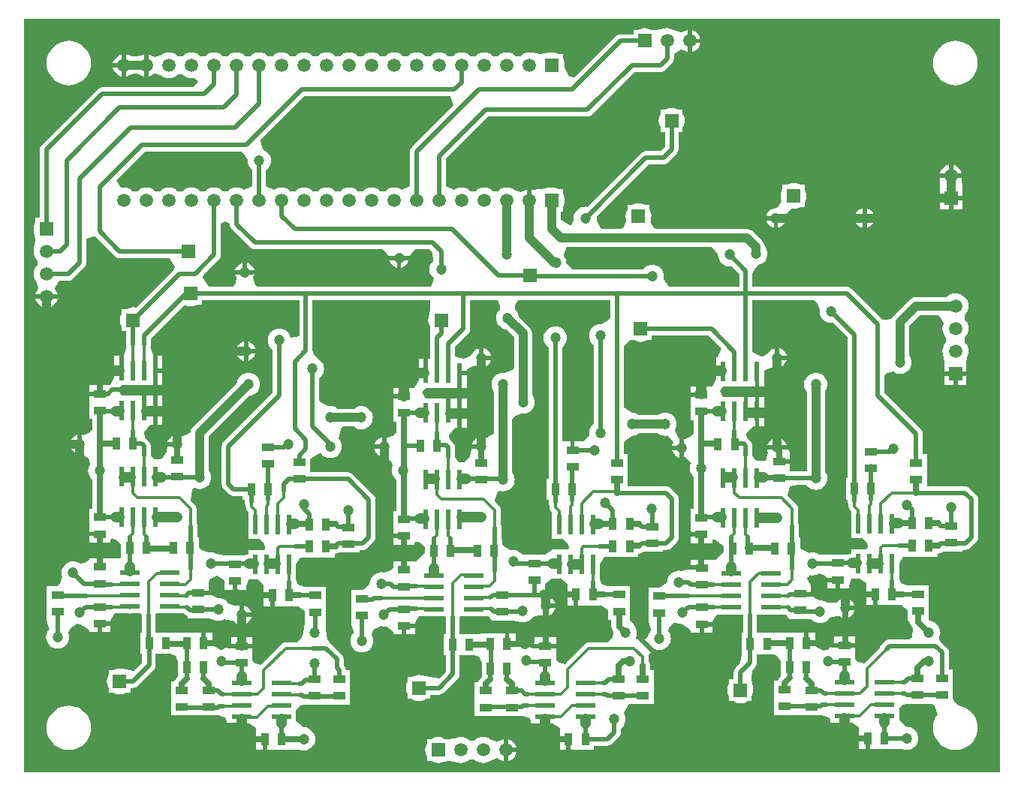
<source format=gbl>
G04 Layer_Physical_Order=2*
G04 Layer_Color=16711680*
%FSAX44Y44*%
%MOMM*%
G71*
G01*
G75*
%ADD11R,2.3000X0.6000*%
%ADD12R,0.9652X1.4224*%
%ADD13R,1.4224X0.9652*%
%ADD14C,0.5000*%
%ADD15C,1.0000*%
%ADD16C,1.1500*%
%ADD17C,0.7000*%
%ADD18C,0.3000*%
%ADD19R,1.5000X1.5000*%
%ADD20C,1.5000*%
%ADD21R,1.5000X1.5000*%
%ADD22C,1.2000*%
%ADD23R,0.6000X2.3000*%
G36*
X01200000Y00925000D02*
X01200000Y00075000D01*
X00100000Y00075000D01*
X00100000Y00925000D01*
X01200000Y00925000D01*
D02*
G37*
%LPC*%
G36*
X00617500Y00114570D02*
X00614658Y00114290D01*
X00611924Y00113461D01*
X00609405Y00112115D01*
X00607066Y00110303D01*
X00602534D01*
X00600195Y00112115D01*
X00597676Y00113461D01*
X00594943Y00114290D01*
X00592100Y00114570D01*
X00589258Y00114290D01*
X00588548Y00114075D01*
X00579200Y00112500D01*
X00579200Y00112500D01*
X00574074D01*
X00572276Y00113461D01*
X00569543Y00114290D01*
X00566700Y00114570D01*
X00563857Y00114290D01*
X00561124Y00113461D01*
X00559326Y00112500D01*
X00554200D01*
Y00107374D01*
X00553239Y00105576D01*
X00552410Y00102843D01*
X00552130Y00100000D01*
X00552410Y00097157D01*
X00553239Y00094424D01*
X00554200Y00092626D01*
Y00087500D01*
X00559326D01*
X00561124Y00086539D01*
X00563857Y00085710D01*
X00566700Y00085430D01*
X00569543Y00085710D01*
X00569897Y00085817D01*
X00579200Y00087500D01*
X00588548Y00085925D01*
X00589258Y00085710D01*
X00592100Y00085430D01*
X00594943Y00085710D01*
X00597676Y00086539D01*
X00600195Y00087885D01*
X00602534Y00089697D01*
X00607066D01*
X00609405Y00087885D01*
X00611924Y00086539D01*
X00614658Y00085710D01*
X00617500Y00085430D01*
X00620342Y00085710D01*
X00623076Y00086539D01*
X00625595Y00087885D01*
X00632890Y00090685D01*
X00635922Y00089556D01*
X00638093Y00088396D01*
X00640400Y00087696D01*
Y00100000D01*
Y00112304D01*
X00638093Y00111604D01*
X00635922Y00110444D01*
X00632890Y00109315D01*
X00625595Y00112115D01*
X00623076Y00113461D01*
X00620342Y00114290D01*
X00617500Y00114570D01*
D02*
G37*
G36*
X00645400Y00112304D02*
Y00102500D01*
X00655204D01*
X00654504Y00104807D01*
X00653344Y00106978D01*
X00651782Y00108882D01*
X00649878Y00110444D01*
X00647707Y00111604D01*
X00645400Y00112304D01*
D02*
G37*
G36*
X00207100Y00544602D02*
X00201600D01*
Y00530602D01*
X00207100D01*
Y00544602D01*
D02*
G37*
G36*
X01162500Y00522100D02*
X01152500D01*
Y00512100D01*
X01162500D01*
Y00522100D01*
D02*
G37*
G36*
X00550202Y00541592D02*
X00544702D01*
Y00527592D01*
X00550202D01*
Y00541592D01*
D02*
G37*
G36*
X01048704Y00110802D02*
X01041378D01*
Y00101190D01*
X01048704D01*
Y00110802D01*
D02*
G37*
G36*
X00368704Y00110000D02*
X00361378D01*
Y00100388D01*
X00368704D01*
Y00110000D01*
D02*
G37*
G36*
X00150000Y00150077D02*
X00146077Y00149769D01*
X00142251Y00148850D01*
X00138615Y00147344D01*
X00135260Y00145288D01*
X00132268Y00142732D01*
X00129712Y00139740D01*
X00127656Y00136385D01*
X00126150Y00132749D01*
X00125231Y00128923D01*
X00124923Y00125000D01*
X00125231Y00121077D01*
X00126150Y00117251D01*
X00127656Y00113615D01*
X00129712Y00110260D01*
X00132268Y00107268D01*
X00135260Y00104712D01*
X00138615Y00102656D01*
X00142251Y00101150D01*
X00146077Y00100231D01*
X00150000Y00099923D01*
X00153923Y00100231D01*
X00157749Y00101150D01*
X00161385Y00102656D01*
X00164740Y00104712D01*
X00167732Y00107268D01*
X00170288Y00110260D01*
X00172344Y00113615D01*
X00173850Y00117251D01*
X00174769Y00121077D01*
X00175077Y00125000D01*
X00174769Y00128923D01*
X00173850Y00132749D01*
X00172344Y00136385D01*
X00170288Y00139740D01*
X00167732Y00142732D01*
X00164740Y00145288D01*
X00161385Y00147344D01*
X00157749Y00148850D01*
X00153923Y00149769D01*
X00150000Y00150077D01*
D02*
G37*
G36*
X00137304Y00609200D02*
X00127500D01*
Y00599396D01*
X00129807Y00600096D01*
X00131978Y00601256D01*
X00133882Y00602818D01*
X00135444Y00604722D01*
X00136604Y00606893D01*
X00137304Y00609200D01*
D02*
G37*
G36*
X00711204Y00110000D02*
X00703878D01*
Y00100388D01*
X00711204D01*
Y00110000D01*
D02*
G37*
G36*
X00122500Y00609200D02*
X00112696D01*
X00113396Y00606893D01*
X00114556Y00604722D01*
X00116118Y00602818D01*
X00118022Y00601256D01*
X00120193Y00600096D01*
X00122500Y00599396D01*
Y00609200D01*
D02*
G37*
G36*
X00160000Y00442500D02*
X00151734D01*
X00151783Y00442128D01*
X00152892Y00439453D01*
X00154655Y00437155D01*
X00156952Y00435392D01*
X00159628Y00434283D01*
X00160000Y00434234D01*
Y00442500D01*
D02*
G37*
G36*
X00503102Y00452756D02*
X00502730Y00452707D01*
X00500055Y00451599D01*
X00497757Y00449836D01*
X00495993Y00447538D01*
X00494885Y00444862D01*
X00494836Y00444491D01*
X00503102D01*
Y00452756D01*
D02*
G37*
G36*
X00160000Y00455766D02*
X00159628Y00455717D01*
X00156952Y00454608D01*
X00154655Y00452845D01*
X00152892Y00450547D01*
X00151783Y00447872D01*
X00151734Y00447500D01*
X00160000D01*
Y00455766D01*
D02*
G37*
G36*
X00525602Y00338797D02*
X00515990D01*
Y00331470D01*
X00525602D01*
Y00338797D01*
D02*
G37*
G36*
X00182500Y00341204D02*
X00172888D01*
Y00333878D01*
X00182500D01*
Y00341204D01*
D02*
G37*
G36*
X00503102Y00439491D02*
X00494836D01*
X00494885Y00439119D01*
X00495993Y00436443D01*
X00497757Y00434145D01*
X00500055Y00432382D01*
X00502730Y00431274D01*
X00503102Y00431225D01*
Y00439491D01*
D02*
G37*
G36*
X00876064Y00239502D02*
X00866452D01*
Y00232176D01*
X00876064D01*
Y00239502D01*
D02*
G37*
G36*
X00540516Y00237696D02*
X00530904D01*
Y00230371D01*
X00540516D01*
Y00237696D01*
D02*
G37*
G36*
X01147500Y00522100D02*
X01137500D01*
Y00512100D01*
X01147500D01*
Y00522100D01*
D02*
G37*
G36*
X00525602Y00508714D02*
X00515990D01*
Y00501389D01*
X00525602D01*
Y00508714D01*
D02*
G37*
G36*
X00197112Y00240204D02*
X00187500D01*
Y00232878D01*
X00197112D01*
Y00240204D01*
D02*
G37*
G36*
X00182500Y00511724D02*
X00172888D01*
Y00504398D01*
X00182500D01*
Y00511724D01*
D02*
G37*
G36*
X00209700Y00869900D02*
X00199896D01*
X00200596Y00867593D01*
X00201756Y00865422D01*
X00203318Y00863518D01*
X00205222Y00861956D01*
X00207393Y00860796D01*
X00209700Y00860096D01*
Y00869900D01*
D02*
G37*
G36*
X01150000Y00900077D02*
X01146077Y00899769D01*
X01142251Y00898850D01*
X01138615Y00897344D01*
X01135260Y00895288D01*
X01132268Y00892732D01*
X01129712Y00889740D01*
X01127656Y00886385D01*
X01126150Y00882749D01*
X01125231Y00878923D01*
X01124923Y00875000D01*
X01125231Y00871077D01*
X01126150Y00867251D01*
X01127656Y00863615D01*
X01129712Y00860260D01*
X01132268Y00857268D01*
X01135260Y00854712D01*
X01138615Y00852656D01*
X01142251Y00851150D01*
X01146077Y00850231D01*
X01150000Y00849923D01*
X01153923Y00850231D01*
X01157749Y00851150D01*
X01161385Y00852656D01*
X01164740Y00854712D01*
X01167732Y00857268D01*
X01170288Y00860260D01*
X01172344Y00863615D01*
X01173850Y00867251D01*
X01174769Y00871077D01*
X01175077Y00875000D01*
X01174769Y00878923D01*
X01173850Y00882749D01*
X01172344Y00886385D01*
X01170288Y00889740D01*
X01167732Y00892732D01*
X01164740Y00895288D01*
X01161385Y00897344D01*
X01157749Y00898850D01*
X01153923Y00899769D01*
X01150000Y00900077D01*
D02*
G37*
G36*
X00209700Y00884704D02*
X00207393Y00884004D01*
X00205222Y00882844D01*
X00203318Y00881282D01*
X00201756Y00879378D01*
X00200596Y00877207D01*
X00199896Y00874900D01*
X00209700D01*
Y00884704D01*
D02*
G37*
G36*
X01050000Y00710766D02*
Y00702500D01*
X01058266D01*
X01058217Y00702872D01*
X01057109Y00705547D01*
X01055345Y00707845D01*
X01053047Y00709609D01*
X01050372Y00710717D01*
X01050000Y00710766D01*
D02*
G37*
G36*
X01142500Y00720000D02*
X01132500D01*
Y00710000D01*
X01142500D01*
Y00720000D01*
D02*
G37*
G36*
X00150000Y00900077D02*
X00146077Y00899769D01*
X00142251Y00898850D01*
X00138615Y00897344D01*
X00135260Y00895288D01*
X00132268Y00892732D01*
X00129712Y00889740D01*
X00127656Y00886385D01*
X00126150Y00882749D01*
X00125231Y00878923D01*
X00124923Y00875000D01*
X00125231Y00871077D01*
X00126150Y00867251D01*
X00127656Y00863615D01*
X00129712Y00860260D01*
X00132268Y00857268D01*
X00135260Y00854712D01*
X00138615Y00852656D01*
X00142251Y00851150D01*
X00146077Y00850231D01*
X00150000Y00849923D01*
X00153923Y00850231D01*
X00157749Y00851150D01*
X00161385Y00852656D01*
X00164740Y00854712D01*
X00167732Y00857268D01*
X00170288Y00860260D01*
X00172344Y00863615D01*
X00173850Y00867251D01*
X00174769Y00871077D01*
X00175077Y00875000D01*
X00174769Y00878923D01*
X00173850Y00882749D01*
X00172344Y00886385D01*
X00170288Y00889740D01*
X00167732Y00892732D01*
X00164740Y00895288D01*
X00161385Y00897344D01*
X00157749Y00898850D01*
X00153923Y00899769D01*
X00150000Y00900077D01*
D02*
G37*
G36*
X01157304Y00745400D02*
X01145000D01*
X01132696D01*
X01132817Y00745000D01*
X01132500Y00735000D01*
X01132500Y00729621D01*
Y00725000D01*
X01145000D01*
X01157500D01*
Y00729477D01*
X01157500Y00735000D01*
X01157183Y00745000D01*
X01157304Y00745400D01*
D02*
G37*
G36*
X01142500Y00760204D02*
X01140193Y00759504D01*
X01138022Y00758344D01*
X01136118Y00756782D01*
X01134556Y00754878D01*
X01133396Y00752707D01*
X01132696Y00750400D01*
X01142500D01*
Y00760204D01*
D02*
G37*
G36*
X00967500Y00739570D02*
X00964658Y00739290D01*
X00961924Y00738461D01*
X00960126Y00737500D01*
X00955000D01*
Y00732374D01*
X00954039Y00730576D01*
X00953210Y00727842D01*
X00952930Y00725000D01*
X00953210Y00722158D01*
X00953878Y00719956D01*
X00952867Y00717292D01*
X00950340Y00713568D01*
X00947617Y00711197D01*
X00945681Y00710855D01*
X00944628Y00710717D01*
X00941953Y00709609D01*
X00939655Y00707845D01*
X00937891Y00705547D01*
X00936783Y00702872D01*
X00936734Y00702500D01*
X00958266D01*
Y00702500D01*
X00958254Y00702917D01*
X00963239Y00708983D01*
X00964454Y00710115D01*
X00965307Y00710646D01*
X00967500Y00710430D01*
X00970342Y00710710D01*
X00973076Y00711539D01*
X00974874Y00712500D01*
X00980000D01*
Y00717626D01*
X00980961Y00719424D01*
X00981790Y00722158D01*
X00982070Y00725000D01*
X00981790Y00727842D01*
X00980961Y00730576D01*
X00980000Y00732374D01*
Y00737500D01*
X00974874D01*
X00973076Y00738461D01*
X00970342Y00739290D01*
X00967500Y00739570D01*
D02*
G37*
G36*
X01147500Y00760204D02*
Y00750400D01*
X01157304D01*
X01156604Y00752707D01*
X01155444Y00754878D01*
X01153882Y00756782D01*
X01151978Y00758344D01*
X01149807Y00759504D01*
X01147500Y00760204D01*
D02*
G37*
G36*
X01157500Y00720000D02*
X01147500D01*
Y00710000D01*
X01157500D01*
Y00720000D01*
D02*
G37*
G36*
X00852900Y00912304D02*
Y00902500D01*
X00862704D01*
X00862004Y00904807D01*
X00860844Y00906978D01*
X00859282Y00908882D01*
X00857378Y00910444D01*
X00855207Y00911604D01*
X00852900Y00912304D01*
D02*
G37*
G36*
X00958266Y00697500D02*
X00950000D01*
Y00689234D01*
X00950372Y00689283D01*
X00953047Y00690391D01*
X00955345Y00692155D01*
X00957109Y00694453D01*
X00958217Y00697128D01*
X00958266Y00697500D01*
D02*
G37*
G36*
X01045000D02*
X01036734D01*
X01036783Y00697128D01*
X01037891Y00694453D01*
X01039655Y00692155D01*
X01041953Y00690391D01*
X01044628Y00689283D01*
X01045000Y00689234D01*
Y00697500D01*
D02*
G37*
G36*
X00655204Y00097500D02*
X00645400D01*
Y00087696D01*
X00647707Y00088396D01*
X00649878Y00089556D01*
X00651782Y00091118D01*
X00653344Y00093022D01*
X00654504Y00095193D01*
X00655204Y00097500D01*
D02*
G37*
G36*
X00945000Y00697500D02*
X00936734D01*
X00936783Y00697128D01*
X00937891Y00694453D01*
X00939655Y00692155D01*
X00941953Y00690391D01*
X00944628Y00689283D01*
X00945000Y00689234D01*
Y00697500D01*
D02*
G37*
G36*
X00825000Y00914570D02*
X00822158Y00914290D01*
X00821448Y00914075D01*
X00812100Y00912500D01*
X00812100Y00912500D01*
X00806974D01*
X00805176Y00913461D01*
X00802442Y00914290D01*
X00799600Y00914570D01*
X00796758Y00914290D01*
X00794024Y00913461D01*
X00792226Y00912500D01*
X00787100D01*
Y00907565D01*
X00772500D01*
X00770542Y00907307D01*
X00768718Y00906551D01*
X00767151Y00905349D01*
X00721115Y00859314D01*
X00715141Y00859509D01*
X00713177Y00861597D01*
X00709096Y00869547D01*
X00709105Y00869712D01*
X00709370Y00872400D01*
X00709090Y00875242D01*
X00708261Y00877976D01*
X00707300Y00879774D01*
Y00884900D01*
X00702174D01*
X00700376Y00885861D01*
X00697643Y00886690D01*
X00694800Y00886970D01*
X00691957Y00886690D01*
X00691603Y00886583D01*
X00682300Y00884900D01*
X00672952Y00886475D01*
X00672243Y00886690D01*
X00669400Y00886970D01*
X00666557Y00886690D01*
X00663824Y00885861D01*
X00661305Y00884515D01*
X00658966Y00882703D01*
X00654435D01*
X00652095Y00884515D01*
X00649576Y00885861D01*
X00646842Y00886690D01*
X00644000Y00886970D01*
X00641158Y00886690D01*
X00638424Y00885861D01*
X00635905Y00884515D01*
X00633566Y00882703D01*
X00629035D01*
X00626695Y00884515D01*
X00624176Y00885861D01*
X00621442Y00886690D01*
X00618600Y00886970D01*
X00615757Y00886690D01*
X00613024Y00885861D01*
X00610505Y00884515D01*
X00608166Y00882703D01*
X00603634D01*
X00601295Y00884515D01*
X00598776Y00885861D01*
X00596043Y00886690D01*
X00593200Y00886970D01*
X00590358Y00886690D01*
X00587624Y00885861D01*
X00585105Y00884515D01*
X00582766Y00882703D01*
X00578234D01*
X00575895Y00884515D01*
X00573376Y00885861D01*
X00570643Y00886690D01*
X00567800Y00886970D01*
X00564958Y00886690D01*
X00562224Y00885861D01*
X00559705Y00884515D01*
X00557366Y00882703D01*
X00552835D01*
X00550495Y00884515D01*
X00547976Y00885861D01*
X00545243Y00886690D01*
X00542400Y00886970D01*
X00539557Y00886690D01*
X00536824Y00885861D01*
X00534305Y00884515D01*
X00531966Y00882703D01*
X00527435D01*
X00525095Y00884515D01*
X00522576Y00885861D01*
X00519842Y00886690D01*
X00517000Y00886970D01*
X00514157Y00886690D01*
X00511424Y00885861D01*
X00508905Y00884515D01*
X00506566Y00882703D01*
X00502034D01*
X00499695Y00884515D01*
X00497176Y00885861D01*
X00494442Y00886690D01*
X00491600Y00886970D01*
X00488758Y00886690D01*
X00486024Y00885861D01*
X00483505Y00884515D01*
X00481166Y00882703D01*
X00476634D01*
X00474295Y00884515D01*
X00471776Y00885861D01*
X00469043Y00886690D01*
X00466200Y00886970D01*
X00463358Y00886690D01*
X00460624Y00885861D01*
X00458105Y00884515D01*
X00455766Y00882703D01*
X00451235D01*
X00448895Y00884515D01*
X00446376Y00885861D01*
X00443643Y00886690D01*
X00440800Y00886970D01*
X00437957Y00886690D01*
X00435224Y00885861D01*
X00432705Y00884515D01*
X00430366Y00882703D01*
X00425835D01*
X00423495Y00884515D01*
X00420976Y00885861D01*
X00418242Y00886690D01*
X00415400Y00886970D01*
X00412557Y00886690D01*
X00409824Y00885861D01*
X00407305Y00884515D01*
X00404966Y00882703D01*
X00400434D01*
X00398095Y00884515D01*
X00395576Y00885861D01*
X00392842Y00886690D01*
X00390000Y00886970D01*
X00387158Y00886690D01*
X00384424Y00885861D01*
X00381905Y00884515D01*
X00379566Y00882703D01*
X00375034D01*
X00372695Y00884515D01*
X00370176Y00885861D01*
X00367443Y00886690D01*
X00364600Y00886970D01*
X00361758Y00886690D01*
X00359024Y00885861D01*
X00356505Y00884515D01*
X00354166Y00882703D01*
X00349635D01*
X00347295Y00884515D01*
X00344776Y00885861D01*
X00342043Y00886690D01*
X00339200Y00886970D01*
X00336357Y00886690D01*
X00333624Y00885861D01*
X00331105Y00884515D01*
X00328766Y00882703D01*
X00324235D01*
X00321895Y00884515D01*
X00319376Y00885861D01*
X00316642Y00886690D01*
X00313800Y00886970D01*
X00310958Y00886690D01*
X00308224Y00885861D01*
X00305705Y00884515D01*
X00303366Y00882703D01*
X00298834D01*
X00296495Y00884515D01*
X00293976Y00885861D01*
X00291243Y00886690D01*
X00288400Y00886970D01*
X00285557Y00886690D01*
X00282824Y00885861D01*
X00280305Y00884515D01*
X00277966Y00882703D01*
X00273435D01*
X00271095Y00884515D01*
X00268576Y00885861D01*
X00265842Y00886690D01*
X00263000Y00886970D01*
X00260158Y00886690D01*
X00257424Y00885861D01*
X00254905Y00884515D01*
X00247610Y00881715D01*
X00244578Y00882844D01*
X00242407Y00884004D01*
X00240100Y00884704D01*
Y00872400D01*
Y00860096D01*
X00242407Y00860796D01*
X00244578Y00861956D01*
X00247610Y00863085D01*
X00254905Y00860285D01*
X00257424Y00858939D01*
X00260158Y00858110D01*
X00263000Y00857830D01*
X00265842Y00858110D01*
X00268576Y00858939D01*
X00271095Y00860285D01*
X00273435Y00862097D01*
X00277966D01*
X00280305Y00860285D01*
X00282824Y00858939D01*
X00285557Y00858110D01*
X00288400Y00857830D01*
X00291243Y00858110D01*
X00295823Y00854668D01*
X00295247Y00852371D01*
X00290160Y00847565D01*
X00187500D01*
X00185542Y00847307D01*
X00183718Y00846551D01*
X00182151Y00845349D01*
X00182151Y00845349D01*
X00119651Y00782849D01*
X00118449Y00781282D01*
X00117693Y00779458D01*
X00117435Y00777500D01*
Y00700400D01*
X00112500D01*
Y00695274D01*
X00111539Y00693476D01*
X00110710Y00690742D01*
X00110430Y00687900D01*
X00110710Y00685058D01*
X00110817Y00684703D01*
X00112500Y00675400D01*
X00110925Y00666052D01*
X00110710Y00665342D01*
X00110430Y00662500D01*
X00110710Y00659658D01*
X00111539Y00656924D01*
X00112885Y00654405D01*
X00114697Y00652066D01*
Y00647534D01*
X00112885Y00645195D01*
X00111539Y00642676D01*
X00110710Y00639943D01*
X00110430Y00637100D01*
X00110710Y00634258D01*
X00111539Y00631524D01*
X00112885Y00629005D01*
X00115685Y00621710D01*
X00114556Y00618678D01*
X00113396Y00616507D01*
X00112696Y00614200D01*
X00125000D01*
X00137304D01*
X00136604Y00616507D01*
X00135444Y00618678D01*
X00134466Y00621303D01*
X00139653Y00629535D01*
X00149600D01*
X00151558Y00629793D01*
X00153382Y00630549D01*
X00154949Y00631751D01*
X00167849Y00644651D01*
X00167849Y00644651D01*
X00169051Y00646218D01*
X00169807Y00648042D01*
X00170065Y00650000D01*
Y00676536D01*
X00171115Y00677122D01*
X00177808Y00679105D01*
X00180065Y00679237D01*
X00202151Y00657151D01*
X00203718Y00655949D01*
X00205542Y00655193D01*
X00207500Y00654935D01*
X00264150D01*
X00270051Y00644935D01*
X00268471Y00641669D01*
X00225918Y00599116D01*
X00225343Y00599290D01*
X00222500Y00599570D01*
X00219657Y00599290D01*
X00216924Y00598461D01*
X00215126Y00597500D01*
X00210000D01*
Y00592374D01*
X00209039Y00590576D01*
X00208210Y00587842D01*
X00207930Y00585000D01*
X00208210Y00582158D01*
X00209039Y00579424D01*
X00210000Y00577626D01*
Y00572500D01*
X00214735D01*
Y00557500D01*
X00214993Y00555542D01*
X00215382Y00554602D01*
X00212100Y00545424D01*
Y00528102D01*
X00209600D01*
Y00525602D01*
X00201600D01*
Y00521602D01*
X00201600Y00519865D01*
X00197112Y00511724D01*
X00191652Y00511724D01*
X00191651Y00511724D01*
X00190248Y00511724D01*
X00187500D01*
Y00501898D01*
X00185000D01*
Y00499398D01*
X00172888D01*
Y00492072D01*
Y00473276D01*
X00176427D01*
Y00460784D01*
X00171989Y00457513D01*
X00166427Y00455280D01*
X00165372Y00455717D01*
X00165000Y00455766D01*
Y00445000D01*
Y00434234D01*
X00165372Y00434283D01*
X00172904Y00428132D01*
X00174139Y00422257D01*
X00172931Y00419999D01*
X00172188Y00417548D01*
X00171937Y00415000D01*
X00172188Y00412452D01*
X00172931Y00410001D01*
X00174139Y00407743D01*
X00175763Y00405763D01*
X00176427Y00405219D01*
Y00372326D01*
X00172888D01*
Y00352674D01*
Y00346204D01*
X00185000D01*
Y00343704D01*
X00187500D01*
Y00333878D01*
X00197112D01*
Y00337209D01*
X00198776Y00338555D01*
X00203486Y00337191D01*
X00208776Y00331757D01*
Y00316399D01*
X00208385Y00315989D01*
X00197464Y00315974D01*
X00197112Y00316326D01*
Y00316326D01*
X00187500D01*
Y00306500D01*
X00182500D01*
Y00316326D01*
X00172888D01*
Y00314459D01*
X00168040Y00311532D01*
X00162888Y00310344D01*
X00162257Y00310861D01*
X00159999Y00312069D01*
X00157548Y00312812D01*
X00155000Y00313063D01*
X00152452Y00312812D01*
X00150001Y00312069D01*
X00147743Y00310861D01*
X00145763Y00309237D01*
X00144139Y00307257D01*
X00142931Y00304999D01*
X00142188Y00302548D01*
X00141937Y00300000D01*
X00142188Y00297452D01*
X00142931Y00295001D01*
X00143025Y00294826D01*
X00140559Y00288342D01*
X00137699Y00284826D01*
X00125388D01*
Y00265174D01*
Y00246378D01*
X00125388D01*
X00127840Y00237394D01*
X00127969Y00236378D01*
X00126639Y00234757D01*
X00125431Y00232499D01*
X00124688Y00230048D01*
X00124437Y00227500D01*
X00124688Y00224952D01*
X00125431Y00222501D01*
X00126639Y00220243D01*
X00128263Y00218263D01*
X00130243Y00216639D01*
X00132501Y00215431D01*
X00134952Y00214688D01*
X00137500Y00214437D01*
X00140048Y00214688D01*
X00142499Y00215431D01*
X00144757Y00216639D01*
X00146737Y00218263D01*
X00148361Y00220243D01*
X00149569Y00222501D01*
X00150312Y00224952D01*
X00150563Y00227500D01*
X00150312Y00230048D01*
X00149569Y00232499D01*
X00152093Y00237876D01*
X00159952Y00242188D01*
X00162500Y00241937D01*
X00162888Y00241975D01*
X00170106Y00237810D01*
X00171568Y00236545D01*
X00172888Y00234473D01*
Y00232878D01*
X00182500D01*
Y00242704D01*
X00185000D01*
Y00245204D01*
X00197112D01*
Y00246130D01*
X00202250Y00254002D01*
X00217485D01*
X00218750Y00253835D01*
X00220015Y00254002D01*
X00231118D01*
X00232435Y00252500D01*
Y00232714D01*
X00230776D01*
Y00208490D01*
X00232445D01*
X00232792Y00198490D01*
X00223042Y00188740D01*
X00220000Y00190000D01*
X00210697Y00191683D01*
X00210343Y00191790D01*
X00207500Y00192070D01*
X00204657Y00191790D01*
X00201924Y00190961D01*
X00200126Y00190000D01*
X00195000D01*
Y00184874D01*
X00194039Y00183076D01*
X00193210Y00180343D01*
X00192930Y00177500D01*
X00193210Y00174657D01*
X00194039Y00171924D01*
X00195000Y00170126D01*
Y00165000D01*
X00200126D01*
X00201924Y00164039D01*
X00204657Y00163210D01*
X00207500Y00162930D01*
X00210343Y00163210D01*
X00213076Y00164039D01*
X00214874Y00165000D01*
X00220000D01*
Y00169935D01*
X00222500D01*
X00224458Y00170193D01*
X00226282Y00170949D01*
X00227849Y00172151D01*
X00245951Y00190253D01*
X00247153Y00191820D01*
X00247909Y00193644D01*
X00248167Y00195602D01*
Y00208490D01*
X00264633D01*
X00270263Y00206356D01*
X00273276Y00200168D01*
Y00182901D01*
X00271438Y00181062D01*
X00270075Y00179287D01*
X00269263Y00177326D01*
X00265388D01*
Y00157674D01*
Y00138878D01*
X00289612D01*
Y00138878D01*
X00295388D01*
Y00138878D01*
X00319612D01*
Y00138878D01*
X00325568Y00137079D01*
X00326172Y00136671D01*
X00327674Y00134963D01*
X00328500Y00132715D01*
Y00129702D01*
X00342500D01*
Y00137702D01*
X00347500D01*
Y00129702D01*
X00351500D01*
X00353486Y00129702D01*
X00361378Y00124612D01*
X00361378Y00119754D01*
X00361378Y00119752D01*
X00361378Y00117881D01*
Y00115000D01*
X00371204D01*
Y00112500D01*
X00373704D01*
Y00100388D01*
X00399826D01*
X00399826Y00100388D01*
X00409826Y00100525D01*
X00410001Y00100431D01*
X00412452Y00099688D01*
X00415000Y00099437D01*
X00417548Y00099688D01*
X00419999Y00100431D01*
X00422257Y00101639D01*
X00424237Y00103263D01*
X00425861Y00105243D01*
X00427068Y00107501D01*
X00427812Y00109952D01*
X00428063Y00112500D01*
X00427812Y00115048D01*
X00427068Y00117499D01*
X00425861Y00119757D01*
X00424237Y00121737D01*
X00422257Y00123361D01*
X00419999Y00124569D01*
X00417548Y00125312D01*
X00415000Y00125563D01*
X00414776Y00125541D01*
X00408403Y00130982D01*
X00406500Y00133647D01*
Y00145101D01*
X00408579Y00147969D01*
X00410956Y00150039D01*
X00415388Y00151378D01*
X00415388Y00151378D01*
X00439612D01*
Y00151378D01*
X00442888D01*
Y00151378D01*
X00467112D01*
Y00170174D01*
Y00189826D01*
X00462564D01*
X00462307Y00191780D01*
X00461551Y00193605D01*
X00460349Y00195171D01*
X00460065Y00195456D01*
Y00202500D01*
X00460065Y00202500D01*
X00459807Y00204458D01*
X00459051Y00206282D01*
X00457849Y00207849D01*
X00445349Y00220349D01*
X00443782Y00221551D01*
X00441395Y00224923D01*
X00440392Y00229577D01*
X00440547Y00232338D01*
X00440563Y00232500D01*
X00440312Y00235049D01*
X00440091Y00235776D01*
X00440214Y00245776D01*
X00440214Y00245776D01*
Y00264572D01*
Y00284224D01*
X00415990D01*
X00415990Y00284224D01*
X00408328Y00286510D01*
X00406502Y00292898D01*
X00406502D01*
Y00309306D01*
X00411378Y00317286D01*
X00449826D01*
Y00321427D01*
X00450602D01*
X00452821Y00321719D01*
X00454889Y00322575D01*
X00455018Y00322674D01*
X00477714D01*
Y00325537D01*
X00481204D01*
X00483162Y00325795D01*
X00484986Y00326551D01*
X00486553Y00327753D01*
X00493451Y00334651D01*
X00493451Y00334651D01*
X00494653Y00336218D01*
X00495409Y00338042D01*
X00495667Y00340000D01*
X00495667Y00340000D01*
Y00382500D01*
X00495409Y00384458D01*
X00494653Y00386283D01*
X00493451Y00387849D01*
X00470349Y00410951D01*
X00468783Y00412153D01*
X00466958Y00412909D01*
X00465000Y00413167D01*
X00422112D01*
Y00428022D01*
X00425275Y00430612D01*
X00434139Y00435243D01*
X00435763Y00433263D01*
X00437743Y00431639D01*
X00440001Y00430432D01*
X00442452Y00429688D01*
X00445000Y00429437D01*
X00447548Y00429688D01*
X00449999Y00430432D01*
X00452257Y00431639D01*
X00454237Y00433263D01*
X00455861Y00435243D01*
X00457068Y00437501D01*
X00457812Y00439952D01*
X00458063Y00442500D01*
X00457812Y00445048D01*
X00457068Y00447499D01*
X00455861Y00449757D01*
X00454237Y00451737D01*
X00456491Y00461732D01*
X00459721Y00464914D01*
X00471798D01*
X00472743Y00464139D01*
X00475001Y00462932D01*
X00477452Y00462188D01*
X00480000Y00461937D01*
X00482548Y00462188D01*
X00484999Y00462932D01*
X00487257Y00464139D01*
X00489237Y00465763D01*
X00490861Y00467743D01*
X00492068Y00470001D01*
X00492812Y00472452D01*
X00493063Y00475000D01*
X00492812Y00477548D01*
X00492068Y00479999D01*
X00490861Y00482257D01*
X00489237Y00484237D01*
X00487257Y00485861D01*
X00484999Y00487068D01*
X00482548Y00487812D01*
X00480000Y00488063D01*
X00477452Y00487812D01*
X00475001Y00487068D01*
X00472743Y00485861D01*
X00471798Y00485086D01*
X00453202D01*
X00452257Y00485861D01*
X00449999Y00487068D01*
X00447548Y00487812D01*
X00445000Y00488063D01*
X00442565Y00487823D01*
X00442448Y00487814D01*
X00435343Y00491483D01*
X00432565Y00494115D01*
Y00519391D01*
X00434237Y00520763D01*
X00435861Y00522743D01*
X00437068Y00525001D01*
X00437812Y00527452D01*
X00438063Y00530000D01*
X00437812Y00532548D01*
X00437068Y00534999D01*
X00435861Y00537257D01*
X00434237Y00539237D01*
X00432257Y00540861D01*
X00432044Y00540975D01*
X00429239Y00543035D01*
X00426284Y00546790D01*
X00425065Y00550625D01*
Y00607435D01*
X00557344D01*
X00557500Y00597500D01*
D01*
X00555817Y00588197D01*
X00555710Y00587842D01*
X00555430Y00585000D01*
X00555710Y00582158D01*
X00556539Y00579424D01*
X00557500Y00577626D01*
Y00572500D01*
X00557500Y00572500D01*
X00557837Y00565402D01*
Y00541592D01*
X00555202D01*
Y00525092D01*
X00552702D01*
Y00522593D01*
X00544702D01*
Y00518592D01*
X00544702Y00516856D01*
X00540214Y00508715D01*
X00534754Y00508714D01*
X00534753Y00508714D01*
X00533350Y00508714D01*
X00530602D01*
Y00498889D01*
X00528102D01*
Y00496389D01*
X00515990D01*
Y00489062D01*
Y00470266D01*
X00519529D01*
Y00457774D01*
X00515091Y00454504D01*
X00509529Y00452270D01*
X00508474Y00452707D01*
X00508102Y00452756D01*
Y00441991D01*
Y00431225D01*
X00508474Y00431274D01*
X00514491Y00423607D01*
X00515562Y00420243D01*
X00515432Y00419999D01*
X00514688Y00417548D01*
X00514437Y00415000D01*
X00514688Y00412452D01*
X00515432Y00410001D01*
X00516639Y00407743D01*
X00518263Y00405763D01*
X00519529Y00404725D01*
Y00369919D01*
X00515990D01*
Y00350266D01*
Y00343797D01*
X00528102D01*
Y00341297D01*
X00530602D01*
Y00331470D01*
X00540214D01*
Y00334199D01*
X00541878Y00335546D01*
X00546588Y00334181D01*
X00551878Y00328747D01*
Y00322749D01*
X00542120Y00313010D01*
X00540516Y00313015D01*
Y00313015D01*
X00540516Y00313015D01*
X00530904D01*
Y00303188D01*
X00525904D01*
Y00313015D01*
X00516292D01*
Y00305935D01*
X00514509Y00303868D01*
X00512562Y00302674D01*
X00506292Y00299935D01*
X00505048Y00300312D01*
X00502500Y00300563D01*
X00499952Y00300312D01*
X00497501Y00299569D01*
X00495243Y00298361D01*
X00493263Y00296737D01*
X00491639Y00294757D01*
X00490432Y00292499D01*
X00489688Y00290048D01*
X00489437Y00287500D01*
X00482790Y00281595D01*
X00480582Y00280520D01*
X00468490D01*
Y00260868D01*
Y00242072D01*
X00468490D01*
X00470942Y00233088D01*
X00471071Y00232072D01*
X00469741Y00230452D01*
X00468534Y00228193D01*
X00467790Y00225743D01*
X00467539Y00223194D01*
X00467790Y00220646D01*
X00468534Y00218195D01*
X00469741Y00215937D01*
X00471365Y00213958D01*
X00473345Y00212333D01*
X00475603Y00211126D01*
X00478054Y00210382D01*
X00480602Y00210131D01*
X00483150Y00210382D01*
X00485601Y00211126D01*
X00487859Y00212333D01*
X00489839Y00213958D01*
X00491463Y00215937D01*
X00492671Y00218195D01*
X00493414Y00220646D01*
X00493665Y00223194D01*
X00493414Y00225743D01*
X00492671Y00228193D01*
X00491647Y00230107D01*
X00492082Y00232571D01*
X00492951Y00235548D01*
X00502297Y00239735D01*
X00502452Y00239688D01*
X00505000Y00239437D01*
X00506292Y00239564D01*
X00508752Y00238856D01*
X00514230Y00235070D01*
X00516292Y00232456D01*
Y00230371D01*
X00525904D01*
Y00240196D01*
X00528404D01*
Y00242696D01*
X00540516D01*
Y00242996D01*
X00545352Y00250993D01*
X00574748D01*
X00575537Y00250093D01*
Y00230908D01*
X00573276D01*
Y00206684D01*
X00575537D01*
Y00188735D01*
X00567500Y00180698D01*
X00557500Y00182500D01*
X00548197Y00184183D01*
X00547842Y00184290D01*
X00545000Y00184570D01*
X00542158Y00184290D01*
X00539424Y00183461D01*
X00537626Y00182500D01*
X00532500D01*
Y00177374D01*
X00531539Y00175576D01*
X00530710Y00172843D01*
X00530430Y00170000D01*
X00530710Y00167157D01*
X00531539Y00164424D01*
X00532500Y00162626D01*
Y00157500D01*
X00537626D01*
X00539424Y00156539D01*
X00542158Y00155710D01*
X00545000Y00155430D01*
X00547842Y00155710D01*
X00550576Y00156539D01*
X00552374Y00157500D01*
X00557500D01*
Y00162435D01*
X00567500D01*
X00569458Y00162693D01*
X00571282Y00163449D01*
X00572849Y00164651D01*
X00588451Y00180253D01*
X00589653Y00181820D01*
X00590409Y00183644D01*
X00590667Y00185602D01*
Y00206684D01*
X00606884D01*
X00612554Y00204979D01*
X00615776Y00198363D01*
Y00182299D01*
X00613938Y00180460D01*
X00612575Y00178685D01*
X00611763Y00176724D01*
X00607888D01*
Y00157072D01*
Y00138276D01*
X00632112D01*
Y00138276D01*
X00637888D01*
Y00138276D01*
X00662112D01*
Y00138276D01*
X00669843Y00135941D01*
X00670174Y00135564D01*
X00671000Y00133317D01*
Y00129702D01*
X00685000D01*
Y00137702D01*
X00690000D01*
Y00129702D01*
X00694000D01*
X00695986Y00129702D01*
X00703878Y00124612D01*
X00703878Y00119754D01*
X00703878Y00119752D01*
X00703878Y00117881D01*
Y00115000D01*
X00713704D01*
Y00112500D01*
X00716204D01*
Y00100388D01*
X00742326D01*
Y00104935D01*
X00757500D01*
X00759458Y00105193D01*
X00761282Y00105949D01*
X00762849Y00107151D01*
X00770349Y00114651D01*
X00771551Y00116218D01*
X00772307Y00118042D01*
X00772436Y00119021D01*
X00772565Y00120000D01*
X00772565Y00120000D01*
Y00124391D01*
X00774237Y00125763D01*
X00775861Y00127743D01*
X00777068Y00130001D01*
X00777812Y00132452D01*
X00778063Y00135000D01*
X00777812Y00137548D01*
X00777068Y00139999D01*
X00776225Y00141578D01*
X00776845Y00143760D01*
X00782112Y00151578D01*
X00785388D01*
Y00151578D01*
X00809612D01*
Y00170374D01*
Y00190026D01*
X00806073D01*
Y00195000D01*
X00805781Y00197219D01*
X00804925Y00199287D01*
X00804056Y00200419D01*
Y00205000D01*
X00803833Y00206697D01*
X00803797Y00206782D01*
X00806211Y00210428D01*
X00810574Y00213521D01*
X00811235Y00213904D01*
X00813602Y00213186D01*
X00816150Y00212935D01*
X00818698Y00213186D01*
X00821149Y00213930D01*
X00823407Y00215137D01*
X00825387Y00216761D01*
X00827011Y00218741D01*
X00828219Y00220999D01*
X00828962Y00223450D01*
X00829213Y00225998D01*
X00828962Y00228547D01*
X00828219Y00230997D01*
X00827011Y00233256D01*
X00826015Y00234470D01*
X00826694Y00237108D01*
X00832895Y00243907D01*
X00837465Y00242951D01*
X00837501Y00242931D01*
X00839952Y00242188D01*
X00842500Y00241937D01*
X00849934Y00236689D01*
X00851329Y00235117D01*
X00851840Y00234076D01*
Y00232176D01*
X00861452D01*
Y00242002D01*
X00863952D01*
Y00244502D01*
X00876064D01*
Y00244801D01*
X00880900Y00252798D01*
X00910824D01*
X00911085Y00252500D01*
Y00232112D01*
X00908824D01*
Y00207888D01*
X00908824D01*
X00907669Y00198367D01*
X00902151Y00192849D01*
X00900949Y00191282D01*
X00900193Y00189458D01*
X00899935Y00187500D01*
Y00180000D01*
X00895000D01*
Y00174874D01*
X00894039Y00173076D01*
X00893210Y00170343D01*
X00892930Y00167500D01*
X00893210Y00164657D01*
X00894039Y00161924D01*
X00895000Y00160126D01*
Y00155000D01*
X00900126D01*
X00901924Y00154039D01*
X00904658Y00153210D01*
X00907500Y00152930D01*
X00910342Y00153210D01*
X00913076Y00154039D01*
X00914874Y00155000D01*
X00920000D01*
Y00160126D01*
X00920961Y00161924D01*
X00921790Y00164657D01*
X00922070Y00167500D01*
X00921790Y00170343D01*
X00921683Y00170697D01*
X00920000Y00180000D01*
X00920000D01*
X00920494Y00189795D01*
X00923999Y00193301D01*
X00925201Y00194868D01*
X00925957Y00196692D01*
X00926215Y00198650D01*
Y00207888D01*
X00944301D01*
X00948111Y00206838D01*
X00953276Y00200375D01*
Y00183703D01*
X00951438Y00181864D01*
X00950075Y00180089D01*
X00949263Y00178128D01*
X00945388D01*
Y00158476D01*
Y00139680D01*
X00969612D01*
Y00139680D01*
X00975388Y00138878D01*
Y00138878D01*
X00979280Y00138878D01*
X00999612D01*
Y00138878D01*
X01007582Y00136470D01*
X01007674Y00136366D01*
X01008500Y00134119D01*
Y00130504D01*
X01022500D01*
Y00138504D01*
X01027500D01*
Y00130504D01*
X01031500D01*
X01033486Y00130504D01*
X01041378Y00125414D01*
X01041378Y00120556D01*
X01041378Y00120554D01*
X01041378Y00118683D01*
Y00115802D01*
X01051204D01*
Y00113302D01*
X01053704D01*
Y00101190D01*
X01079826D01*
X01079826Y00101190D01*
X01089826Y00101327D01*
X01090001Y00101233D01*
X01092452Y00100490D01*
X01095000Y00100239D01*
X01097548Y00100490D01*
X01099999Y00101233D01*
X01102257Y00102441D01*
X01104237Y00104065D01*
X01105861Y00106045D01*
X01107068Y00108303D01*
X01107812Y00110753D01*
X01108063Y00113302D01*
X01107812Y00115850D01*
X01107068Y00118301D01*
X01105861Y00120559D01*
X01104237Y00122539D01*
X01102257Y00124163D01*
X01099999Y00125371D01*
X01097548Y00126114D01*
X01095000Y00126365D01*
X01094777Y00126343D01*
X01088403Y00131784D01*
X01086500Y00134449D01*
Y00147019D01*
X01086684Y00147521D01*
X01088548Y00149683D01*
X01089900Y00150722D01*
X01095388Y00152380D01*
X01095388Y00152380D01*
X01119612D01*
Y00152380D01*
X01122888D01*
X01126312Y00149868D01*
X01129712Y00139740D01*
X01127656Y00136385D01*
X01126150Y00132749D01*
X01125231Y00128923D01*
X01124923Y00125000D01*
X01125231Y00121077D01*
X01126150Y00117251D01*
X01127656Y00113615D01*
X01129712Y00110260D01*
X01132268Y00107268D01*
X01135260Y00104712D01*
X01138615Y00102656D01*
X01142251Y00101150D01*
X01146077Y00100231D01*
X01150000Y00099923D01*
X01153923Y00100231D01*
X01157749Y00101150D01*
X01161385Y00102656D01*
X01164740Y00104712D01*
X01167732Y00107268D01*
X01170288Y00110260D01*
X01172344Y00113615D01*
X01173850Y00117251D01*
X01174769Y00121077D01*
X01175077Y00125000D01*
X01174769Y00128923D01*
X01173850Y00132749D01*
X01172344Y00136385D01*
X01170288Y00139740D01*
X01167732Y00142732D01*
X01164740Y00145288D01*
X01161385Y00147344D01*
X01157749Y00148850D01*
X01155840Y00149308D01*
X01153553Y00150113D01*
X01148642Y00154687D01*
X01147112Y00159881D01*
Y00171176D01*
Y00190828D01*
X01142565D01*
Y00210000D01*
X01142565Y00210000D01*
X01142307Y00211958D01*
X01141551Y00213782D01*
X01140349Y00215349D01*
X01140349Y00215349D01*
X01132849Y00222849D01*
X01131405Y00224588D01*
X01132068Y00227501D01*
X01132812Y00229952D01*
X01133063Y00232500D01*
X01132812Y00235048D01*
X01132068Y00237499D01*
X01130861Y00239757D01*
X01129237Y00241737D01*
X01127257Y00243361D01*
X01120214Y00247180D01*
X01120214Y00255152D01*
Y00265976D01*
Y00285628D01*
X01095990D01*
X01095990Y00285628D01*
X01088328Y00287914D01*
X01086502Y00293700D01*
X01086502D01*
Y00310108D01*
X01091378Y00318088D01*
X01129826D01*
Y00321627D01*
X01130602D01*
X01132821Y00321919D01*
X01134889Y00322775D01*
X01136586Y00324078D01*
X01157714D01*
Y00325737D01*
X01161204D01*
X01163162Y00325995D01*
X01164986Y00326751D01*
X01166553Y00327953D01*
X01173451Y00334851D01*
X01173451Y00334851D01*
X01174653Y00336418D01*
X01175409Y00338242D01*
X01175667Y00340200D01*
X01175667Y00340200D01*
Y00382700D01*
X01175667Y00382700D01*
X01175409Y00384658D01*
X01174653Y00386483D01*
X01173451Y00388049D01*
X01165951Y00395549D01*
X01164384Y00396751D01*
X01162560Y00397507D01*
X01160602Y00397765D01*
X01117714D01*
Y00414170D01*
Y00433822D01*
X01113167D01*
Y00456898D01*
X01112909Y00458856D01*
X01112153Y00460680D01*
X01110951Y00462247D01*
X01110951Y00462247D01*
X01070065Y00503133D01*
Y00522490D01*
X01073616Y00524991D01*
X01080065Y00526785D01*
X01080243Y00526639D01*
X01082501Y00525432D01*
X01084952Y00524688D01*
X01087500Y00524437D01*
X01090048Y00524688D01*
X01092499Y00525432D01*
X01094757Y00526639D01*
X01096737Y00528263D01*
X01098361Y00530243D01*
X01099568Y00532501D01*
X01100312Y00534952D01*
X01100563Y00537500D01*
X01100312Y00540048D01*
X01099568Y00542499D01*
X01098361Y00544757D01*
X01097586Y00545702D01*
Y00578322D01*
X01109978Y00590714D01*
X01130873D01*
X01133211Y00588307D01*
X01136539Y00580976D01*
X01135710Y00578242D01*
X01135430Y00575400D01*
X01135710Y00572557D01*
X01136539Y00569824D01*
X01137885Y00567305D01*
X01139697Y00564966D01*
Y00560434D01*
X01137885Y00558095D01*
X01136539Y00555576D01*
X01135710Y00552842D01*
X01135430Y00550000D01*
X01135710Y00547158D01*
X01135925Y00546448D01*
X01137500Y00537100D01*
X01137500Y00537100D01*
Y00527100D01*
X01150000D01*
X01162500D01*
Y00537100D01*
X01162500D01*
X01164075Y00546448D01*
X01164290Y00547158D01*
X01164570Y00550000D01*
X01164290Y00552842D01*
X01163461Y00555576D01*
X01162115Y00558095D01*
X01160303Y00560434D01*
Y00564966D01*
X01162115Y00567305D01*
X01163461Y00569824D01*
X01164290Y00572557D01*
X01164570Y00575400D01*
X01164290Y00578242D01*
X01163461Y00580976D01*
X01162115Y00583495D01*
X01160303Y00585834D01*
Y00590365D01*
X01162115Y00592705D01*
X01163461Y00595224D01*
X01164290Y00597957D01*
X01164570Y00600800D01*
X01164290Y00603643D01*
X01163461Y00606376D01*
X01162115Y00608895D01*
X01160303Y00611103D01*
X01158095Y00612915D01*
X01155576Y00614261D01*
X01152842Y00615090D01*
X01150000Y00615370D01*
X01147158Y00615090D01*
X01144424Y00614261D01*
X01141905Y00612915D01*
X01139697Y00611103D01*
X01139520Y00610886D01*
X01105800D01*
X01103189Y00610543D01*
X01100757Y00609535D01*
X01098668Y00607932D01*
X01080368Y00589632D01*
X01078765Y00587543D01*
X01078541Y00587003D01*
X01073282Y00585218D01*
X01067849Y00585349D01*
X01032849Y00620349D01*
X01031282Y00621551D01*
X01029458Y00622307D01*
X01027500Y00622565D01*
X00921215D01*
Y00637374D01*
X00923272Y00642571D01*
X00926044Y00645564D01*
X00929513Y00647784D01*
X00929999Y00647932D01*
X00932257Y00649139D01*
X00934237Y00650763D01*
X00935861Y00652743D01*
X00937068Y00655001D01*
X00937812Y00657452D01*
X00938063Y00660000D01*
X00937812Y00662548D01*
X00937068Y00664999D01*
X00935861Y00667257D01*
X00934976Y00668336D01*
X00934743Y00670110D01*
X00933735Y00672543D01*
X00932132Y00674632D01*
X00922132Y00684632D01*
X00920043Y00686235D01*
X00917610Y00687243D01*
X00915000Y00687586D01*
X00814000D01*
X00809849Y00688699D01*
X00806091Y00696649D01*
X00806162Y00697586D01*
X00806790Y00699658D01*
X00807070Y00702500D01*
X00806790Y00705342D01*
X00805961Y00708076D01*
X00805000Y00709874D01*
Y00715000D01*
X00799874D01*
X00798076Y00715961D01*
X00795342Y00716790D01*
X00792500Y00717070D01*
X00789658Y00716790D01*
X00786924Y00715961D01*
X00785126Y00715000D01*
X00780000D01*
Y00709874D01*
X00779039Y00708076D01*
X00778210Y00705342D01*
X00777930Y00702500D01*
X00778210Y00699658D01*
X00778838Y00697586D01*
X00778909Y00696649D01*
X00775151Y00688699D01*
X00771000Y00687586D01*
X00751641D01*
X00748994Y00690362D01*
X00745315Y00697445D01*
X00745325Y00697586D01*
X00745563Y00700000D01*
X00745351Y00702153D01*
X00803758Y00760560D01*
X00820625D01*
X00822583Y00760818D01*
X00824407Y00761574D01*
X00825974Y00762776D01*
X00835349Y00772151D01*
X00835349Y00772151D01*
X00836551Y00773718D01*
X00837307Y00775542D01*
X00837565Y00777500D01*
Y00797500D01*
X00842500D01*
Y00802626D01*
X00843461Y00804424D01*
X00844290Y00807158D01*
X00844570Y00810000D01*
X00844290Y00812842D01*
X00843461Y00815576D01*
X00842500Y00817374D01*
Y00822500D01*
X00837374D01*
X00835576Y00823461D01*
X00832842Y00824290D01*
X00830000Y00824570D01*
X00827158Y00824290D01*
X00824424Y00823461D01*
X00822626Y00822500D01*
X00817500D01*
Y00817374D01*
X00816539Y00815576D01*
X00815710Y00812842D01*
X00815430Y00810000D01*
X00815710Y00807158D01*
X00816539Y00804424D01*
X00817500Y00802626D01*
Y00797500D01*
X00822435D01*
Y00780633D01*
X00817492Y00775690D01*
X00800625D01*
X00800625Y00775690D01*
X00798667Y00775432D01*
X00796843Y00774676D01*
X00795276Y00773474D01*
X00734653Y00712851D01*
X00732500Y00713063D01*
X00729952Y00712812D01*
X00727501Y00712068D01*
X00725243Y00710861D01*
X00723263Y00709237D01*
X00721639Y00707257D01*
X00720432Y00704999D01*
X00719688Y00702548D01*
X00719437Y00700000D01*
X00719675Y00697586D01*
X00719685Y00697445D01*
X00717131Y00692528D01*
X00714886Y00691996D01*
X00704886Y00698183D01*
Y00707500D01*
X00707300D01*
Y00712626D01*
X00708261Y00714424D01*
X00709090Y00717158D01*
X00709370Y00720000D01*
X00709090Y00722842D01*
X00708261Y00725576D01*
X00707300Y00727374D01*
Y00732500D01*
X00702174D01*
X00700376Y00733461D01*
X00697643Y00734290D01*
X00694800Y00734570D01*
X00691957Y00734290D01*
X00691603Y00734183D01*
X00682300Y00732500D01*
X00672300Y00732183D01*
X00671900Y00732304D01*
Y00720000D01*
X00666900D01*
Y00732304D01*
X00664593Y00731604D01*
X00662422Y00730444D01*
X00659390Y00729315D01*
X00652095Y00732115D01*
X00649576Y00733461D01*
X00646842Y00734290D01*
X00644000Y00734570D01*
X00641158Y00734290D01*
X00638424Y00733461D01*
X00635905Y00732115D01*
X00633566Y00730303D01*
X00629035D01*
X00626695Y00732115D01*
X00624176Y00733461D01*
X00621442Y00734290D01*
X00618600Y00734570D01*
X00615757Y00734290D01*
X00613024Y00733461D01*
X00610505Y00732115D01*
X00608166Y00730303D01*
X00603634D01*
X00601295Y00732115D01*
X00598776Y00733461D01*
X00596043Y00734290D01*
X00593200Y00734570D01*
X00590358Y00734290D01*
X00587624Y00733461D01*
X00585105Y00732115D01*
X00577342Y00735059D01*
X00575365Y00736752D01*
Y00767167D01*
X00623133Y00814935D01*
X00735000D01*
X00736958Y00815193D01*
X00738782Y00815949D01*
X00740349Y00817151D01*
X00788133Y00864935D01*
X00817500D01*
X00819458Y00865193D01*
X00821282Y00865949D01*
X00822849Y00867151D01*
X00830349Y00874651D01*
X00831551Y00876218D01*
X00832307Y00878042D01*
X00832565Y00880000D01*
X00832565Y00880000D01*
Y00885347D01*
X00840797Y00890534D01*
X00843422Y00889556D01*
X00845593Y00888396D01*
X00847900Y00887696D01*
Y00900000D01*
Y00912304D01*
X00845593Y00911604D01*
X00843422Y00910444D01*
X00840390Y00909315D01*
X00833095Y00912115D01*
X00830576Y00913461D01*
X00827842Y00914290D01*
X00825000Y00914570D01*
D02*
G37*
G36*
X00862704Y00897500D02*
X00852900D01*
Y00887696D01*
X00855207Y00888396D01*
X00857378Y00889556D01*
X00859282Y00891118D01*
X00860844Y00893022D01*
X00862004Y00895193D01*
X00862704Y00897500D01*
D02*
G37*
G36*
X00235100Y00884705D02*
X00229845Y00883147D01*
X00229394Y00883047D01*
X00229532Y00883054D01*
X00228810Y00882840D01*
X00228538Y00882773D01*
X00228139Y00882770D01*
X00229394Y00883047D01*
X00224836Y00882830D01*
X00222306Y00882967D01*
X00218710Y00883209D01*
X00217007Y00884004D01*
X00214700Y00884704D01*
Y00872400D01*
Y00860096D01*
X00217007Y00860796D01*
X00218640Y00861669D01*
X00219423Y00862014D01*
X00224900Y00863300D01*
X00230377Y00862014D01*
X00231159Y00861669D01*
X00232793Y00860796D01*
X00235100Y00860096D01*
Y00872400D01*
Y00884705D01*
D02*
G37*
G36*
X01045000Y00710766D02*
X01044628Y00710717D01*
X01041953Y00709609D01*
X01039655Y00707845D01*
X01037891Y00705547D01*
X01036783Y00702872D01*
X01036734Y00702500D01*
X01045000D01*
Y00710766D01*
D02*
G37*
G36*
X01058266Y00697500D02*
X01050000D01*
Y00689234D01*
X01050372Y00689283D01*
X01053047Y00690391D01*
X01055345Y00692155D01*
X01057109Y00694453D01*
X01058217Y00697128D01*
X01058266Y00697500D01*
D02*
G37*
%LPD*%
G36*
X00325588Y00291361D02*
Y00280776D01*
X00335200D01*
Y00290602D01*
X00340200D01*
Y00280776D01*
X00349812D01*
Y00283971D01*
X00352402Y00292898D01*
X00362526D01*
X00369880Y00286510D01*
Y00276898D01*
X00379706D01*
Y00274398D01*
X00382206D01*
Y00262286D01*
X00408328D01*
X00415990Y00256642D01*
Y00245776D01*
X00415990D01*
X00415029Y00236174D01*
X00414688Y00235049D01*
X00414437Y00232500D01*
X00414530Y00231556D01*
X00412991Y00227700D01*
X00409685Y00223315D01*
X00407270Y00221556D01*
X00395000D01*
X00393303Y00221333D01*
X00391722Y00220678D01*
X00390364Y00219636D01*
X00367112Y00196384D01*
X00360412Y00198040D01*
X00357112Y00200308D01*
Y00207474D01*
Y00214800D01*
X00345000D01*
Y00217300D01*
X00342500D01*
Y00227126D01*
X00332888D01*
Y00220527D01*
X00331568Y00218455D01*
X00330106Y00217190D01*
X00322888Y00213025D01*
X00322500Y00213063D01*
X00321724Y00212987D01*
X00317017Y00215118D01*
X00313344Y00218006D01*
X00313277Y00218102D01*
X00301898D01*
Y00220602D01*
X00299398D01*
Y00232714D01*
X00273276D01*
Y00232714D01*
X00269224D01*
Y00232714D01*
X00247565D01*
Y00252500D01*
X00248882Y00254002D01*
X00279800D01*
X00281049Y00252753D01*
X00281049Y00252753D01*
X00282616Y00251551D01*
X00283888Y00251024D01*
Y00248878D01*
X00308112D01*
X00308112Y00248878D01*
X00313797Y00246635D01*
X00316248Y00245892D01*
X00318796Y00245641D01*
X00321344Y00245892D01*
X00323795Y00246635D01*
X00324978Y00247268D01*
X00325109Y00247301D01*
X00329188Y00247163D01*
X00334765Y00245953D01*
X00337090Y00244739D01*
X00337155Y00244655D01*
X00339453Y00242892D01*
X00342128Y00241783D01*
X00342500Y00241734D01*
Y00252500D01*
Y00263266D01*
X00342128Y00263217D01*
X00341232Y00262846D01*
X00340856Y00262783D01*
X00336737Y00263162D01*
X00330206Y00265697D01*
X00329255Y00266452D01*
X00328033Y00267941D01*
X00326053Y00269565D01*
X00323795Y00270772D01*
X00321344Y00271516D01*
X00318796Y00271767D01*
X00318112Y00271699D01*
X00312883Y00274221D01*
X00309658Y00276815D01*
X00308112Y00279073D01*
Y00287075D01*
X00308445Y00292243D01*
X00317029Y00296526D01*
X00325588Y00291361D01*
D02*
G37*
G36*
X00712380Y00287312D02*
Y00277700D01*
X00722206D01*
Y00275200D01*
X00724706D01*
Y00263088D01*
X00750828D01*
X00758490Y00257444D01*
Y00246578D01*
X00762029D01*
Y00239398D01*
X00762321Y00237179D01*
X00763177Y00235111D01*
X00764522Y00233359D01*
X00764437Y00232500D01*
X00764530Y00231556D01*
X00762990Y00227700D01*
X00759685Y00223315D01*
X00757270Y00221556D01*
X00736698D01*
X00735001Y00221333D01*
X00733420Y00220678D01*
X00732062Y00219636D01*
X00709612Y00197185D01*
X00702912Y00198842D01*
X00699612Y00201110D01*
Y00207474D01*
Y00214800D01*
X00687500D01*
Y00217300D01*
X00685000D01*
Y00227126D01*
X00675388D01*
Y00221543D01*
X00674474Y00219867D01*
X00673501Y00218888D01*
X00665602Y00213757D01*
X00664224Y00213622D01*
X00662044Y00214189D01*
X00656365Y00218031D01*
X00654224Y00220692D01*
Y00231510D01*
X00646898D01*
Y00219398D01*
X00641898D01*
Y00231510D01*
X00621475D01*
X00615776Y00231510D01*
X00615776Y00231510D01*
X00611724Y00230908D01*
Y00230908D01*
X00590667D01*
Y00250093D01*
X00591456Y00250993D01*
X00623352D01*
X00626990Y00245868D01*
Y00245868D01*
X00651214D01*
Y00245868D01*
X00659350Y00244086D01*
X00661898Y00243835D01*
X00664447Y00244086D01*
X00666897Y00244830D01*
X00669156Y00246037D01*
X00671135Y00247661D01*
X00672108Y00248847D01*
X00673624Y00249928D01*
X00680125Y00252085D01*
X00684204Y00252208D01*
X00685230Y00251783D01*
X00685602Y00251734D01*
Y00262500D01*
X00688102D01*
Y00265000D01*
X00698868D01*
X00698819Y00265372D01*
X00697710Y00268048D01*
X00695947Y00270345D01*
X00693650Y00272108D01*
X00690974Y00273217D01*
X00690140Y00273327D01*
X00687304Y00281518D01*
X00687112Y00283425D01*
Y00287763D01*
X00694902Y00293098D01*
X00704777D01*
X00712380Y00287312D01*
D02*
G37*
G36*
X01003033Y00296514D02*
X01005464Y00294506D01*
X01017700D01*
Y00292006D01*
X01020200D01*
Y00282180D01*
X01029812D01*
Y00284773D01*
X01032402Y00293700D01*
X01042277D01*
X01049880Y00287914D01*
Y00278302D01*
X01059706D01*
Y00275802D01*
X01062206D01*
Y00263690D01*
X01088328D01*
X01095990Y00258046D01*
Y00247180D01*
X01095990Y00247180D01*
X01100677Y00240111D01*
X01101254Y00239360D01*
X01102040Y00238336D01*
X01101107Y00226806D01*
X01100718Y00226425D01*
X01098221Y00225065D01*
X01076096D01*
X01076096Y00225065D01*
X01074138Y00224807D01*
X01072314Y00224051D01*
X01070747Y00222849D01*
X01070747Y00222849D01*
X01067151Y00219253D01*
X01065949Y00217686D01*
X01065198Y00215873D01*
X01047112Y00197787D01*
X01040412Y00199443D01*
X01037112Y00201712D01*
Y00208276D01*
Y00215602D01*
X01025000D01*
Y00218102D01*
X01022500D01*
Y00227928D01*
X01012888D01*
Y00221991D01*
X01011951Y00219937D01*
X01006150Y00213063D01*
X01003602Y00212812D01*
X01001724Y00212242D01*
X01001028Y00212129D01*
X00994205Y00215473D01*
X00991942Y00217700D01*
X00981898D01*
Y00220200D01*
X00979398D01*
Y00232312D01*
X00957189D01*
X00953276Y00232312D01*
Y00232312D01*
X00947272Y00232112D01*
Y00232112D01*
X00926215D01*
Y00252500D01*
X00926476Y00252798D01*
X00958900D01*
X00962538Y00247674D01*
Y00247674D01*
X00986762D01*
X00990189Y00245343D01*
X00992447Y00244135D01*
X00994898Y00243392D01*
X00997446Y00243141D01*
X00999995Y00243392D01*
X01002445Y00244135D01*
X01004704Y00245343D01*
X01006683Y00246967D01*
X01008307Y00248946D01*
X01011523Y00250038D01*
X01015927Y00250828D01*
X01019781Y00250601D01*
X01020055Y00250392D01*
X01022730Y00249283D01*
X01023102Y00249234D01*
Y00260000D01*
Y00270766D01*
X01022730Y00270717D01*
X01020055Y00269608D01*
X01017757Y00267845D01*
X01017489Y00267497D01*
X01015439Y00266595D01*
X01010492Y00265943D01*
X01005646Y00266291D01*
X01004704Y00267065D01*
X01002445Y00268272D01*
X00999995Y00269016D01*
X00997446Y00269267D01*
X00996762Y00269199D01*
X00991533Y00271722D01*
X00988308Y00274315D01*
X00986762Y00276573D01*
Y00286122D01*
X00986762D01*
X00982703Y00293239D01*
X00986102Y00297188D01*
X00988650Y00296937D01*
X00991198Y00297188D01*
X00993649Y00297931D01*
X00995907Y00299139D01*
X01003033Y00296514D01*
D02*
G37*
G36*
X00584237Y00827435D02*
X00537051Y00780249D01*
X00535849Y00778682D01*
X00535093Y00776858D01*
X00534835Y00774900D01*
Y00736752D01*
X00532858Y00735059D01*
X00525095Y00732115D01*
X00522576Y00733461D01*
X00519842Y00734290D01*
X00517000Y00734570D01*
X00514157Y00734290D01*
X00511424Y00733461D01*
X00508905Y00732115D01*
X00506566Y00730303D01*
X00502034D01*
X00499695Y00732115D01*
X00497176Y00733461D01*
X00494442Y00734290D01*
X00491600Y00734570D01*
X00488758Y00734290D01*
X00486024Y00733461D01*
X00483505Y00732115D01*
X00481166Y00730303D01*
X00476634D01*
X00474295Y00732115D01*
X00471776Y00733461D01*
X00469043Y00734290D01*
X00466200Y00734570D01*
X00463358Y00734290D01*
X00460624Y00733461D01*
X00458105Y00732115D01*
X00455766Y00730303D01*
X00451235D01*
X00448895Y00732115D01*
X00446376Y00733461D01*
X00443643Y00734290D01*
X00440800Y00734570D01*
X00437957Y00734290D01*
X00435224Y00733461D01*
X00432705Y00732115D01*
X00430366Y00730303D01*
X00425835D01*
X00423495Y00732115D01*
X00420976Y00733461D01*
X00418242Y00734290D01*
X00415400Y00734570D01*
X00412557Y00734290D01*
X00409824Y00733461D01*
X00407305Y00732115D01*
X00404966Y00730303D01*
X00400434D01*
X00398095Y00732115D01*
X00395576Y00733461D01*
X00392842Y00734290D01*
X00390000Y00734570D01*
X00387158Y00734290D01*
X00384424Y00733461D01*
X00381905Y00732115D01*
X00374142Y00735059D01*
X00372165Y00736752D01*
Y00754089D01*
X00372257Y00754139D01*
X00374237Y00755763D01*
X00375861Y00757743D01*
X00377068Y00760001D01*
X00377812Y00762452D01*
X00378063Y00765000D01*
X00377812Y00767548D01*
X00377068Y00769999D01*
X00375861Y00772257D01*
X00374237Y00774237D01*
X00372257Y00775861D01*
X00369999Y00777068D01*
X00369546Y00777206D01*
X00366863Y00782957D01*
X00366192Y00787994D01*
X00415633Y00837435D01*
X00580095D01*
X00584237Y00827435D01*
D02*
G37*
G36*
X00409935Y00566643D02*
X00400312Y00565048D01*
X00399568Y00567499D01*
X00398361Y00569757D01*
X00396737Y00571737D01*
X00394757Y00573361D01*
X00392499Y00574568D01*
X00390048Y00575312D01*
X00387500Y00575563D01*
X00384952Y00575312D01*
X00382501Y00574568D01*
X00380243Y00573361D01*
X00378263Y00571737D01*
X00376639Y00569757D01*
X00375432Y00567499D01*
X00374688Y00565048D01*
X00374437Y00562500D01*
X00374688Y00559952D01*
X00375432Y00557501D01*
X00376639Y00555243D01*
X00378263Y00553263D01*
X00379935Y00551891D01*
Y00503133D01*
X00324651Y00447849D01*
X00323449Y00446282D01*
X00322693Y00444458D01*
X00322435Y00442500D01*
Y00400000D01*
X00322693Y00398042D01*
X00323449Y00396218D01*
X00324651Y00394651D01*
X00330253Y00389049D01*
X00330253Y00389049D01*
X00331819Y00387847D01*
X00333644Y00387091D01*
X00335602Y00386833D01*
X00346378D01*
Y00382286D01*
X00348639D01*
Y00380000D01*
X00348897Y00378042D01*
X00349648Y00376230D01*
Y00374398D01*
X00349871Y00372701D01*
X00350526Y00371120D01*
X00351568Y00369762D01*
X00352402Y00368928D01*
Y00337898D01*
X00365139D01*
X00370202Y00333024D01*
X00371307Y00328807D01*
X00371085Y00327481D01*
X00369339Y00325898D01*
X00352402D01*
Y00320724D01*
X00350496Y00320473D01*
X00347881Y00319390D01*
X00347664Y00319224D01*
X00325588D01*
X00325588Y00319224D01*
X00316446Y00321295D01*
X00314999Y00322068D01*
X00312548Y00322812D01*
X00310000Y00323063D01*
X00307452Y00322812D01*
X00306724Y00322591D01*
X00299995Y00325711D01*
X00297770Y00327330D01*
X00296724Y00328690D01*
Y00340214D01*
X00295065D01*
Y00352500D01*
X00294807Y00354458D01*
X00294056Y00356271D01*
Y00372500D01*
X00293833Y00374197D01*
X00293178Y00375778D01*
X00292136Y00377136D01*
X00287890Y00381381D01*
X00289033Y00394381D01*
X00291194Y00395891D01*
X00292501Y00395432D01*
X00294952Y00394688D01*
X00297500Y00394437D01*
X00300048Y00394688D01*
X00302499Y00395432D01*
X00304757Y00396639D01*
X00306737Y00398263D01*
X00308361Y00400243D01*
X00309569Y00402501D01*
X00310312Y00404952D01*
X00310563Y00407500D01*
X00310312Y00410048D01*
X00309569Y00412499D01*
X00308361Y00414757D01*
X00307586Y00415702D01*
Y00453322D01*
X00353833Y00499568D01*
X00355048Y00499688D01*
X00357499Y00500432D01*
X00359757Y00501639D01*
X00361737Y00503263D01*
X00363361Y00505243D01*
X00364568Y00507501D01*
X00365312Y00509952D01*
X00365563Y00512500D01*
X00365312Y00515048D01*
X00364568Y00517499D01*
X00363361Y00519757D01*
X00361737Y00521737D01*
X00359757Y00523361D01*
X00357499Y00524568D01*
X00355048Y00525312D01*
X00352500Y00525563D01*
X00349952Y00525312D01*
X00347501Y00524568D01*
X00345243Y00523361D01*
X00343263Y00521737D01*
X00341639Y00519757D01*
X00340432Y00517499D01*
X00339688Y00515048D01*
X00339568Y00513833D01*
X00290368Y00464632D01*
X00288765Y00462543D01*
X00287757Y00460111D01*
X00287636Y00459188D01*
X00285611Y00457474D01*
X00283361Y00456275D01*
X00277847Y00454608D01*
X00275172Y00455717D01*
X00274800Y00455766D01*
Y00445000D01*
X00272300D01*
Y00442500D01*
X00260898D01*
X00260188Y00436724D01*
X00255533Y00428652D01*
X00251831Y00427625D01*
X00246756Y00427758D01*
X00242565Y00432500D01*
X00242463Y00433275D01*
Y00443102D01*
X00242205Y00445060D01*
X00241449Y00446884D01*
X00240247Y00448451D01*
X00240247Y00448451D01*
X00237849Y00450849D01*
X00236282Y00452051D01*
X00234903Y00458095D01*
X00242097Y00466602D01*
X00245200D01*
Y00483102D01*
Y00499602D01*
X00237500D01*
Y00483102D01*
X00232500D01*
Y00499602D01*
X00209483D01*
X00205539Y00506437D01*
X00206079Y00507390D01*
X00209483Y00511602D01*
X00245200D01*
Y00528102D01*
Y00545424D01*
X00241917Y00554602D01*
X00242307Y00555542D01*
X00242565Y00557500D01*
Y00564367D01*
X00280499Y00602301D01*
X00281924Y00601539D01*
X00284657Y00600710D01*
X00287500Y00600430D01*
X00290343Y00600710D01*
X00293076Y00601539D01*
X00294874Y00602500D01*
X00300000D01*
Y00607435D01*
X00409935D01*
Y00566643D01*
D02*
G37*
G36*
X00993517Y00604657D02*
X00997186Y00597552D01*
X00997177Y00597435D01*
X00996937Y00595000D01*
X00997188Y00592452D01*
X00997932Y00590001D01*
X00999139Y00587743D01*
X01000763Y00585763D01*
X01002743Y00584139D01*
X01005001Y00582932D01*
X01007452Y00582188D01*
X01010000Y00581937D01*
X01012153Y00582149D01*
X01028639Y00565663D01*
Y00406710D01*
X01026378D01*
Y00382486D01*
X01028639D01*
Y00380200D01*
X01028897Y00378242D01*
X01029648Y00376429D01*
Y00374598D01*
X01029871Y00372901D01*
X01030526Y00371320D01*
X01031568Y00369962D01*
X01032402Y00369128D01*
Y00338700D01*
X01045324D01*
X01050157Y00333845D01*
X01051591Y00328700D01*
X01049773Y00326716D01*
X01049734Y00326700D01*
X01032402D01*
Y00321526D01*
X01030496Y00321275D01*
X01028933Y00320628D01*
X01005588D01*
X01005588Y00320628D01*
X00995907Y00320861D01*
X00993649Y00322068D01*
X00991198Y00322812D01*
X00988650Y00323063D01*
X00986102Y00322812D01*
X00984874Y00322439D01*
X00978587Y00325192D01*
X00976640Y00326392D01*
X00974874Y00328448D01*
Y00339510D01*
X00973715D01*
Y00352500D01*
X00973457Y00354458D01*
X00972706Y00356271D01*
Y00372500D01*
X00972483Y00374197D01*
X00971828Y00375778D01*
X00970786Y00377136D01*
X00960850Y00387072D01*
X00963062Y00397072D01*
X00972292Y00398932D01*
X00981891D01*
X00983263Y00397259D01*
X00985243Y00395635D01*
X00987501Y00394428D01*
X00989952Y00393684D01*
X00992500Y00393433D01*
X00995049Y00393684D01*
X00997499Y00394428D01*
X00999757Y00395635D01*
X01001737Y00397259D01*
X01003362Y00399239D01*
X01004569Y00401497D01*
X01005312Y00403948D01*
X01005563Y00406496D01*
X01005312Y00409045D01*
X01004569Y00411495D01*
X01003362Y00413754D01*
X01002586Y00414698D01*
Y00504298D01*
X01003362Y00505243D01*
X01004569Y00507501D01*
X01005312Y00509952D01*
X01005563Y00512500D01*
X01005312Y00515048D01*
X01004569Y00517499D01*
X01003362Y00519757D01*
X01001737Y00521737D01*
X00999757Y00523361D01*
X00997499Y00524568D01*
X00995049Y00525312D01*
X00992500Y00525563D01*
X00989952Y00525312D01*
X00987501Y00524568D01*
X00985243Y00523361D01*
X00983263Y00521737D01*
X00981639Y00519757D01*
X00980432Y00517499D01*
X00979688Y00515048D01*
X00979437Y00512500D01*
X00979688Y00509952D01*
X00980432Y00507501D01*
X00981639Y00505243D01*
X00982414Y00504298D01*
Y00414698D01*
X00981891Y00414061D01*
X00963062D01*
Y00423194D01*
X00950950D01*
Y00428194D01*
X00963062D01*
Y00435520D01*
X00963062Y00435520D01*
X00961329Y00438650D01*
X00938084D01*
X00938133Y00438278D01*
X00938793Y00435695D01*
X00935715Y00426635D01*
X00933355Y00426051D01*
X00925377Y00426298D01*
X00921113Y00432602D01*
Y00443102D01*
X00920855Y00445060D01*
X00920099Y00446884D01*
X00918897Y00448451D01*
X00918897Y00448451D01*
X00916499Y00450849D01*
X00914932Y00452051D01*
X00914115Y00456796D01*
X00921332Y00465398D01*
X00923850D01*
Y00481898D01*
Y00498398D01*
X00916150D01*
Y00481898D01*
X00911150D01*
Y00498398D01*
X00888133D01*
X00884374Y00504912D01*
X00888133Y00510398D01*
X00923850D01*
Y00526898D01*
X00928850D01*
Y00510398D01*
X00934350D01*
Y00527703D01*
X00939431Y00530648D01*
X00944350Y00532458D01*
X00945978Y00531783D01*
X00946350Y00531734D01*
Y00542500D01*
Y00553266D01*
X00945978Y00553217D01*
X00943303Y00552108D01*
X00941005Y00550345D01*
X00938251Y00547471D01*
X00932627Y00544195D01*
X00931215Y00543894D01*
X00921215Y00549327D01*
Y00607435D01*
X00990885D01*
X00993517Y00604657D01*
D02*
G37*
G36*
X00885904Y00553398D02*
X00881762Y00543398D01*
X00880250D01*
Y00529398D01*
X00888250D01*
Y00524398D01*
X00880250D01*
Y00518661D01*
X00875762Y00510520D01*
X00870301Y00510520D01*
X00866150D01*
Y00500694D01*
X00863650D01*
Y00498194D01*
X00851538D01*
Y00490868D01*
Y00472072D01*
X00855077D01*
Y00456582D01*
X00850639Y00453311D01*
X00845077Y00451078D01*
X00844022Y00451515D01*
X00843650Y00451564D01*
Y00440798D01*
Y00430033D01*
X00844022Y00430081D01*
X00844854Y00430426D01*
X00847330Y00428657D01*
X00850159Y00425695D01*
X00851853Y00423007D01*
X00851581Y00422499D01*
X00850838Y00420048D01*
X00850587Y00417500D01*
X00850838Y00414952D01*
X00851581Y00412501D01*
X00852789Y00410243D01*
X00854413Y00408263D01*
X00855077Y00407719D01*
Y00371724D01*
X00851538D01*
Y00352072D01*
Y00345602D01*
X00863650D01*
Y00343102D01*
X00866150D01*
Y00333276D01*
X00875762D01*
Y00337110D01*
X00875942Y00337288D01*
X00878824Y00337780D01*
X00888824Y00329341D01*
Y00323801D01*
X00879548Y00314526D01*
X00876064Y00314820D01*
X00876064Y00314820D01*
X00876064Y00314820D01*
X00866452D01*
Y00304994D01*
X00861452D01*
Y00314820D01*
X00851840D01*
Y00307741D01*
X00850057Y00305674D01*
X00848110Y00304480D01*
X00841840Y00301740D01*
X00840596Y00302118D01*
X00838048Y00302369D01*
X00835500Y00302118D01*
X00833049Y00301374D01*
X00830791Y00300167D01*
X00828811Y00298542D01*
X00827187Y00296563D01*
X00825980Y00294305D01*
X00825236Y00291854D01*
X00824985Y00289306D01*
X00817400Y00283898D01*
X00815828Y00283324D01*
X00804038D01*
Y00263672D01*
Y00244876D01*
X00804038D01*
X00806490Y00235892D01*
X00806619Y00234876D01*
X00805289Y00233256D01*
X00804081Y00230997D01*
X00803338Y00228547D01*
X00803238Y00227533D01*
X00798961Y00224498D01*
X00794515Y00222882D01*
X00789844Y00225950D01*
X00789815Y00226111D01*
X00790312Y00229952D01*
X00790563Y00232500D01*
X00790312Y00235048D01*
X00789568Y00237499D01*
X00788361Y00239757D01*
X00786737Y00241737D01*
X00782714Y00246578D01*
Y00265374D01*
Y00285026D01*
X00758490D01*
X00758490Y00285026D01*
X00750828Y00287312D01*
X00749002Y00293098D01*
X00749002D01*
Y00309506D01*
X00753878Y00317486D01*
X00792326D01*
Y00321627D01*
X00793102D01*
X00795321Y00321919D01*
X00797389Y00322775D01*
X00798302Y00323476D01*
X00820214D01*
Y00325737D01*
X00823704D01*
X00825662Y00325995D01*
X00827486Y00326751D01*
X00829053Y00327953D01*
X00835951Y00334851D01*
X00835951Y00334851D01*
X00837153Y00336418D01*
X00837909Y00338242D01*
X00838167Y00340200D01*
X00838167Y00340200D01*
Y00382700D01*
X00838167Y00382700D01*
X00838038Y00383679D01*
X00837909Y00384658D01*
X00837153Y00386482D01*
X00835951Y00388049D01*
X00828451Y00395549D01*
X00826884Y00396751D01*
X00825060Y00397507D01*
X00823102Y00397765D01*
X00780214D01*
Y00414170D01*
Y00433822D01*
X00775667D01*
Y00446575D01*
X00776171Y00447606D01*
X00777573Y00449187D01*
X00785000Y00454437D01*
X00787548Y00454688D01*
X00789999Y00455432D01*
X00792257Y00456639D01*
X00793202Y00457414D01*
X00814298D01*
X00815243Y00456639D01*
X00817501Y00455432D01*
X00819952Y00454688D01*
X00822500Y00454437D01*
X00825048Y00454688D01*
X00825571Y00454847D01*
X00829985Y00450193D01*
X00831708Y00446562D01*
X00831542Y00446346D01*
X00830433Y00443670D01*
X00830384Y00443298D01*
X00838650D01*
Y00451795D01*
X00837426Y00453028D01*
X00833498Y00460000D01*
X00833402Y00460320D01*
X00834568Y00462501D01*
X00835312Y00464952D01*
X00835563Y00467500D01*
X00835312Y00470048D01*
X00834568Y00472499D01*
X00833361Y00474757D01*
X00831737Y00476737D01*
X00829757Y00478361D01*
X00827499Y00479568D01*
X00825048Y00480312D01*
X00822500Y00480563D01*
X00819952Y00480312D01*
X00817501Y00479568D01*
X00815243Y00478361D01*
X00814298Y00477586D01*
X00793202D01*
X00792257Y00478361D01*
X00789999Y00479568D01*
X00787548Y00480312D01*
X00785000Y00480563D01*
X00777573Y00485813D01*
X00776171Y00487394D01*
X00775667Y00488425D01*
Y00555331D01*
X00782500Y00562500D01*
X00787626D01*
X00789424Y00561539D01*
X00792158Y00560710D01*
X00795000Y00560430D01*
X00797842Y00560710D01*
X00800576Y00561539D01*
X00802374Y00562500D01*
X00807500D01*
Y00567435D01*
X00871867D01*
X00885904Y00553398D01*
D02*
G37*
G36*
X00760537Y00587947D02*
X00759105Y00585781D01*
X00756691Y00583767D01*
X00750537Y00580510D01*
X00750000Y00580563D01*
X00747452Y00580312D01*
X00745001Y00579568D01*
X00742743Y00578361D01*
X00740763Y00576737D01*
X00739139Y00574757D01*
X00737932Y00572499D01*
X00737188Y00570048D01*
X00736937Y00567500D01*
X00737188Y00564952D01*
X00737932Y00562501D01*
X00739139Y00560243D01*
X00740763Y00558263D01*
X00742435Y00556891D01*
Y00468109D01*
X00740763Y00466737D01*
X00739139Y00464757D01*
X00737932Y00462499D01*
X00737188Y00460048D01*
X00736937Y00457500D01*
X00737188Y00454952D01*
X00730197Y00448666D01*
X00729080Y00448113D01*
X00720602D01*
Y00438287D01*
X00715602D01*
Y00448113D01*
X00706269D01*
Y00554391D01*
X00707941Y00555763D01*
X00709565Y00557743D01*
X00710772Y00560001D01*
X00711516Y00562452D01*
X00711767Y00565000D01*
X00711516Y00567548D01*
X00710772Y00569999D01*
X00709565Y00572257D01*
X00707941Y00574237D01*
X00705961Y00575861D01*
X00703703Y00577068D01*
X00701252Y00577812D01*
X00698704Y00578063D01*
X00696156Y00577812D01*
X00693705Y00577068D01*
X00691447Y00575861D01*
X00689467Y00574237D01*
X00687843Y00572257D01*
X00686636Y00569999D01*
X00685892Y00567548D01*
X00685641Y00565000D01*
X00685892Y00562452D01*
X00686636Y00560001D01*
X00687843Y00557743D01*
X00689467Y00555763D01*
X00691139Y00554391D01*
Y00406108D01*
X00688878D01*
Y00381884D01*
X00691139D01*
Y00379598D01*
X00691397Y00377640D01*
X00692148Y00375828D01*
Y00373996D01*
X00692371Y00372299D01*
X00693026Y00370718D01*
X00694068Y00369360D01*
X00694902Y00368526D01*
Y00338098D01*
X00707813D01*
X00713086Y00332511D01*
X00714148Y00328098D01*
X00712294Y00326122D01*
X00712234Y00326098D01*
X00694902D01*
Y00325856D01*
X00687112Y00320520D01*
X00662888D01*
X00658554Y00323361D01*
X00656295Y00324568D01*
X00653845Y00325312D01*
X00651296Y00325563D01*
X00649326Y00325369D01*
X00648556Y00325424D01*
X00642038Y00329219D01*
X00639326Y00332181D01*
Y00337205D01*
X00638167D01*
Y00350694D01*
X00637909Y00352652D01*
X00637158Y00354465D01*
Y00370694D01*
X00636935Y00372391D01*
X00636280Y00373972D01*
X00635238Y00375330D01*
X00631082Y00379486D01*
X00630605Y00381751D01*
X00633513Y00391197D01*
X00637099Y00392295D01*
X00637452Y00392188D01*
X00640000Y00391937D01*
X00642548Y00392188D01*
X00644999Y00392932D01*
X00647257Y00394139D01*
X00649237Y00395763D01*
X00650861Y00397743D01*
X00652068Y00400001D01*
X00652812Y00402452D01*
X00653063Y00405000D01*
X00652812Y00407548D01*
X00652068Y00409999D01*
X00650861Y00412257D01*
X00650086Y00413202D01*
Y00473358D01*
X00652862Y00476007D01*
X00659945Y00479685D01*
X00660086Y00479675D01*
X00662500Y00479437D01*
X00665048Y00479688D01*
X00667499Y00480432D01*
X00669757Y00481639D01*
X00671737Y00483263D01*
X00673361Y00485243D01*
X00674568Y00487501D01*
X00675312Y00489952D01*
X00675563Y00492500D01*
X00675312Y00495048D01*
X00674568Y00497499D01*
X00673361Y00499757D01*
X00672586Y00500702D01*
Y00570000D01*
X00672243Y00572611D01*
X00671235Y00575043D01*
X00669632Y00577132D01*
X00657932Y00588833D01*
X00657812Y00590048D01*
X00657068Y00592499D01*
X00655861Y00594757D01*
X00654237Y00596737D01*
X00653386Y00597435D01*
X00653701Y00601454D01*
X00656495Y00607435D01*
X00760537D01*
Y00587947D01*
D02*
G37*
G36*
X00874352Y00667399D02*
X00876785Y00665559D01*
X00882239Y00658698D01*
X00882490Y00656150D01*
X00883233Y00653699D01*
X00884441Y00651441D01*
X00886065Y00649461D01*
X00888045Y00647837D01*
X00890303Y00646629D01*
X00892754Y00645886D01*
X00895302Y00645635D01*
X00897455Y00645847D01*
X00906085Y00637217D01*
Y00622565D01*
X00827856D01*
X00824960Y00625140D01*
X00821102Y00631537D01*
X00820984Y00632565D01*
X00821165Y00634398D01*
X00820914Y00636946D01*
X00820171Y00639397D01*
X00818963Y00641655D01*
X00817339Y00643635D01*
X00815359Y00645259D01*
X00813101Y00646467D01*
X00810650Y00647210D01*
X00808102Y00647461D01*
X00805554Y00647210D01*
X00803103Y00646467D01*
X00800845Y00645259D01*
X00798865Y00643635D01*
X00797493Y00641963D01*
X00719401D01*
X00717226Y00643256D01*
X00711095Y00650000D01*
X00710717Y00652872D01*
X00709609Y00655547D01*
X00708176Y00657414D01*
X00708489Y00659403D01*
X00711802Y00667414D01*
X00874316D01*
X00874352Y00667399D01*
D02*
G37*
G36*
X00346007Y00773928D02*
X00347243Y00772653D01*
X00351737Y00766167D01*
X00351948Y00765105D01*
X00351937Y00765000D01*
X00352188Y00762452D01*
X00352932Y00760001D01*
X00354139Y00757743D01*
X00355763Y00755763D01*
X00357035Y00754719D01*
Y00736752D01*
X00355057Y00735059D01*
X00347295Y00732115D01*
X00344776Y00733461D01*
X00342043Y00734290D01*
X00339200Y00734570D01*
X00336357Y00734290D01*
X00333624Y00733461D01*
X00331105Y00732115D01*
X00328766Y00730303D01*
X00324235D01*
X00321895Y00732115D01*
X00319376Y00733461D01*
X00316642Y00734290D01*
X00313800Y00734570D01*
X00310958Y00734290D01*
X00308224Y00733461D01*
X00305705Y00732115D01*
X00303366Y00730303D01*
X00298834D01*
X00296495Y00732115D01*
X00293976Y00733461D01*
X00291243Y00734290D01*
X00288400Y00734570D01*
X00285557Y00734290D01*
X00282824Y00733461D01*
X00280305Y00732115D01*
X00277966Y00730303D01*
X00273435D01*
X00271095Y00732115D01*
X00268576Y00733461D01*
X00265842Y00734290D01*
X00263000Y00734570D01*
X00260158Y00734290D01*
X00257424Y00733461D01*
X00254905Y00732115D01*
X00252566Y00730303D01*
X00248034D01*
X00245695Y00732115D01*
X00243176Y00733461D01*
X00240443Y00734290D01*
X00237600Y00734570D01*
X00234757Y00734290D01*
X00232024Y00733461D01*
X00229505Y00732115D01*
X00227166Y00730303D01*
X00222635D01*
X00220295Y00732115D01*
X00217776Y00733461D01*
X00215042Y00734290D01*
X00212200Y00734570D01*
X00209357Y00734290D01*
X00209032Y00734191D01*
X00203732Y00743034D01*
X00235633Y00774935D01*
X00344231D01*
X00346007Y00773928D01*
D02*
G37*
G36*
X00331635Y00693706D02*
Y00693300D01*
X00331893Y00691342D01*
X00332649Y00689518D01*
X00333851Y00687951D01*
X00354651Y00667151D01*
X00354651Y00667151D01*
X00356218Y00665949D01*
X00358042Y00665193D01*
X00360000Y00664935D01*
X00504214D01*
X00506566Y00662741D01*
X00509842Y00657500D01*
X00535158D01*
X00538434Y00662741D01*
X00540786Y00664935D01*
X00556867D01*
X00559829Y00661973D01*
X00560763Y00651737D01*
X00559139Y00649757D01*
X00557932Y00647499D01*
X00557188Y00645048D01*
X00556937Y00642500D01*
X00557188Y00639952D01*
X00557932Y00637501D01*
X00559139Y00635243D01*
X00560763Y00633263D01*
X00561614Y00632565D01*
X00561298Y00628546D01*
X00558505Y00622565D01*
X00361817D01*
X00359107Y00626848D01*
X00357611Y00632565D01*
X00358213Y00633349D01*
X00359321Y00636024D01*
X00359370Y00636396D01*
X00337838D01*
X00337887Y00636024D01*
X00338996Y00633349D01*
X00339597Y00632565D01*
X00338101Y00626848D01*
X00335391Y00622565D01*
X00307956D01*
X00307763Y00622685D01*
X00301264Y00632565D01*
X00302261Y00636563D01*
X00319149Y00653451D01*
X00319149Y00653451D01*
X00320351Y00655018D01*
X00321107Y00656842D01*
X00321365Y00658800D01*
Y00693706D01*
X00326500Y00696259D01*
X00331635Y00693706D01*
D02*
G37*
G36*
X00636298Y00601454D02*
X00636614Y00597435D01*
X00635763Y00596737D01*
X00634139Y00594757D01*
X00632932Y00592499D01*
X00632188Y00590048D01*
X00631937Y00587500D01*
X00632188Y00584952D01*
X00632932Y00582501D01*
X00634139Y00580243D01*
X00635763Y00578263D01*
X00637743Y00576639D01*
X00640001Y00575432D01*
X00642452Y00574688D01*
X00643668Y00574568D01*
X00652414Y00565822D01*
Y00531642D01*
X00649638Y00528993D01*
X00642555Y00525315D01*
X00642414Y00525325D01*
X00640000Y00525563D01*
X00637452Y00525312D01*
X00635001Y00524568D01*
X00632743Y00523361D01*
X00630763Y00521737D01*
X00629139Y00519757D01*
X00627932Y00517499D01*
X00627188Y00515048D01*
X00626937Y00512500D01*
X00627188Y00509952D01*
X00627932Y00507501D01*
X00629139Y00505243D01*
X00629914Y00504298D01*
Y00456767D01*
X00624817Y00453829D01*
X00619914Y00452028D01*
X00618274Y00452707D01*
X00617902Y00452756D01*
Y00441991D01*
X00615402D01*
Y00439491D01*
X00604000D01*
X00603290Y00433714D01*
X00602435Y00431071D01*
X00595534Y00424316D01*
X00589829Y00424493D01*
X00585565Y00430796D01*
Y00441296D01*
X00585307Y00443254D01*
X00584551Y00445079D01*
X00583349Y00446645D01*
X00583349Y00446646D01*
X00580951Y00449043D01*
X00579384Y00450246D01*
X00578567Y00454990D01*
X00585784Y00463592D01*
X00588302D01*
Y00480093D01*
Y00496592D01*
X00580602D01*
Y00480093D01*
X00575602D01*
Y00496592D01*
X00552585D01*
X00548641Y00503427D01*
X00549181Y00504381D01*
X00552585Y00508592D01*
X00588302D01*
Y00525092D01*
X00590802D01*
Y00527592D01*
X00598802D01*
Y00529637D01*
X00603853Y00532532D01*
X00608802Y00533699D01*
X00609855Y00532892D01*
X00612530Y00531783D01*
X00612902Y00531734D01*
Y00542500D01*
Y00553266D01*
X00612530Y00553217D01*
X00609855Y00552108D01*
X00607557Y00550345D01*
X00605794Y00548047D01*
X00601471Y00544057D01*
X00595723Y00541706D01*
X00595667Y00541701D01*
X00585667Y00544302D01*
Y00554969D01*
X00600349Y00569651D01*
X00600349Y00569651D01*
X00601551Y00571218D01*
X00602307Y00573042D01*
X00602565Y00575000D01*
Y00607435D01*
X00633505D01*
X00636298Y00601454D01*
D02*
G37*
%LPC*%
G36*
X00355766Y00250000D02*
X00347500D01*
Y00241734D01*
X00347872Y00241783D01*
X00350547Y00242892D01*
X00352845Y00244655D01*
X00354608Y00246953D01*
X00355717Y00249628D01*
X00355766Y00250000D01*
D02*
G37*
G36*
X00311724Y00232714D02*
X00304398D01*
Y00223102D01*
X00311724D01*
Y00232714D01*
D02*
G37*
G36*
X00377206Y00271898D02*
X00369880D01*
Y00262286D01*
X00377206D01*
Y00271898D01*
D02*
G37*
G36*
X00357112Y00227126D02*
X00347500D01*
Y00219800D01*
X00357112D01*
Y00227126D01*
D02*
G37*
G36*
X00347500Y00263266D02*
Y00255000D01*
X00355766D01*
X00355717Y00255372D01*
X00354608Y00258047D01*
X00352845Y00260345D01*
X00350547Y00262108D01*
X00347872Y00263217D01*
X00347500Y00263266D01*
D02*
G37*
G36*
X00719706Y00272700D02*
X00712380D01*
Y00263088D01*
X00719706D01*
Y00272700D01*
D02*
G37*
G36*
X00699612Y00227126D02*
X00690000D01*
Y00219800D01*
X00699612D01*
Y00227126D01*
D02*
G37*
G36*
X00698868Y00260000D02*
X00690602D01*
Y00251734D01*
X00690974Y00251783D01*
X00693650Y00252892D01*
X00695947Y00254655D01*
X00697710Y00256952D01*
X00698819Y00259628D01*
X00698868Y00260000D01*
D02*
G37*
G36*
X01015200Y00289506D02*
X01005588D01*
Y00282180D01*
X01015200D01*
Y00289506D01*
D02*
G37*
G36*
X01057206Y00273302D02*
X01049880D01*
Y00263690D01*
X01057206D01*
Y00273302D01*
D02*
G37*
G36*
X01028102Y00270766D02*
Y00262500D01*
X01036368D01*
X01036319Y00262872D01*
X01035210Y00265547D01*
X01033447Y00267845D01*
X01031150Y00269608D01*
X01028474Y00270717D01*
X01028102Y00270766D01*
D02*
G37*
G36*
X01036368Y00257500D02*
X01028102D01*
Y00249234D01*
X01028474Y00249283D01*
X01031150Y00250392D01*
X01033447Y00252155D01*
X01035210Y00254452D01*
X01036319Y00257128D01*
X01036368Y00257500D01*
D02*
G37*
G36*
X00984398Y00232312D02*
Y00222700D01*
X00991724D01*
Y00232312D01*
X00984398D01*
D02*
G37*
G36*
X01037112Y00227928D02*
X01027500D01*
Y00220602D01*
X01037112D01*
Y00227928D01*
D02*
G37*
G36*
X00347500Y00547500D02*
X00339234D01*
X00339283Y00547128D01*
X00340392Y00544453D01*
X00342155Y00542155D01*
X00344453Y00540392D01*
X00347128Y00539283D01*
X00347500Y00539234D01*
Y00547500D01*
D02*
G37*
G36*
X00360766D02*
X00352500D01*
Y00539234D01*
X00352872Y00539283D01*
X00355547Y00540392D01*
X00357845Y00542155D01*
X00359608Y00544453D01*
X00360717Y00547128D01*
X00360766Y00547500D01*
D02*
G37*
G36*
X00255700Y00525602D02*
X00250200D01*
Y00511602D01*
X00255700D01*
Y00525602D01*
D02*
G37*
G36*
Y00544602D02*
X00250200D01*
Y00530602D01*
X00255700D01*
Y00544602D01*
D02*
G37*
G36*
X00347500Y00560766D02*
X00347128Y00560717D01*
X00344453Y00559608D01*
X00342155Y00557845D01*
X00340392Y00555547D01*
X00339283Y00552872D01*
X00339234Y00552500D01*
X00347500D01*
Y00560766D01*
D02*
G37*
G36*
X00352500D02*
Y00552500D01*
X00360766D01*
X00360717Y00552872D01*
X00359608Y00555547D01*
X00357845Y00557845D01*
X00355547Y00559608D01*
X00352872Y00560717D01*
X00352500Y00560766D01*
D02*
G37*
G36*
X00269800Y00455766D02*
X00269428Y00455717D01*
X00266753Y00454608D01*
X00264455Y00452845D01*
X00262691Y00450547D01*
X00261583Y00447872D01*
X00261534Y00447500D01*
X00269800D01*
Y00455766D01*
D02*
G37*
G36*
X00250200Y00499602D02*
Y00485602D01*
X00255700D01*
Y00499602D01*
X00250200D01*
D02*
G37*
G36*
X00255700Y00480602D02*
X00250200D01*
Y00466602D01*
X00255700D01*
Y00480602D01*
D02*
G37*
G36*
X00959616Y00540000D02*
X00951350D01*
Y00531734D01*
X00951721Y00531783D01*
X00954397Y00532892D01*
X00956695Y00534655D01*
X00958458Y00536953D01*
X00959567Y00539628D01*
X00959616Y00540000D01*
D02*
G37*
G36*
X00951350Y00553266D02*
Y00545000D01*
X00959616D01*
X00959567Y00545372D01*
X00958458Y00548047D01*
X00956695Y00550345D01*
X00954397Y00552108D01*
X00951721Y00553217D01*
X00951350Y00553266D01*
D02*
G37*
G36*
Y00451916D02*
Y00443650D01*
X00959616D01*
X00959567Y00444022D01*
X00958458Y00446698D01*
X00956695Y00448995D01*
X00954397Y00450759D01*
X00951721Y00451867D01*
X00951350Y00451916D01*
D02*
G37*
G36*
X00946350D02*
X00945978Y00451867D01*
X00943303Y00450759D01*
X00941005Y00448995D01*
X00939241Y00446698D01*
X00938133Y00444022D01*
Y00444021D01*
X00938084Y00443650D01*
X00946350D01*
Y00451916D01*
D02*
G37*
G36*
X00928850Y00498398D02*
Y00484398D01*
X00934350D01*
Y00498398D01*
X00928850D01*
D02*
G37*
G36*
X00934350Y00479398D02*
X00928850D01*
Y00465398D01*
X00934350D01*
Y00479398D01*
D02*
G37*
G36*
X00861150Y00340602D02*
X00851538D01*
Y00333276D01*
X00861150D01*
Y00340602D01*
D02*
G37*
G36*
X00838650Y00438298D02*
X00830384D01*
X00830433Y00437927D01*
X00831542Y00435251D01*
X00833305Y00432953D01*
X00835602Y00431190D01*
X00838278Y00430081D01*
X00838650Y00430033D01*
Y00438298D01*
D02*
G37*
G36*
X00861150Y00510520D02*
X00851538D01*
Y00503194D01*
X00861150D01*
Y00510520D01*
D02*
G37*
G36*
X00351104Y00649662D02*
Y00641396D01*
X00359370D01*
X00359321Y00641768D01*
X00358213Y00644443D01*
X00356449Y00646741D01*
X00354151Y00648504D01*
X00351476Y00649613D01*
X00351104Y00649662D01*
D02*
G37*
G36*
X00520000Y00652500D02*
X00511734D01*
X00511783Y00652128D01*
X00512892Y00649453D01*
X00514655Y00647155D01*
X00516953Y00645391D01*
X00519628Y00644283D01*
X00520000Y00644234D01*
Y00652500D01*
D02*
G37*
G36*
X00533266D02*
X00525000D01*
Y00644234D01*
X00525372Y00644283D01*
X00528047Y00645391D01*
X00530345Y00647155D01*
X00532108Y00649453D01*
X00533217Y00652128D01*
X00533266Y00652500D01*
D02*
G37*
G36*
X00346104Y00649662D02*
X00345732Y00649613D01*
X00343057Y00648504D01*
X00340759Y00646741D01*
X00338996Y00644443D01*
X00337887Y00641768D01*
X00337838Y00641396D01*
X00346104D01*
Y00649662D01*
D02*
G37*
G36*
X00617902Y00553266D02*
Y00545000D01*
X00626168D01*
X00626119Y00545372D01*
X00625010Y00548047D01*
X00623247Y00550345D01*
X00620949Y00552108D01*
X00618274Y00553217D01*
X00617902Y00553266D01*
D02*
G37*
G36*
X00626168Y00540000D02*
X00617902D01*
Y00531734D01*
X00618274Y00531783D01*
X00620949Y00532892D01*
X00623247Y00534655D01*
X00625010Y00536953D01*
X00626119Y00539628D01*
X00626168Y00540000D01*
D02*
G37*
G36*
X00612902Y00452756D02*
X00612530Y00452707D01*
X00609855Y00451599D01*
X00607557Y00449836D01*
X00605793Y00447538D01*
X00604685Y00444862D01*
X00604636Y00444491D01*
X00612902D01*
Y00452756D01*
D02*
G37*
G36*
X00598802Y00477593D02*
X00593302D01*
Y00463592D01*
X00598802D01*
Y00477593D01*
D02*
G37*
G36*
Y00522593D02*
X00593302D01*
Y00508592D01*
X00598802D01*
Y00522593D01*
D02*
G37*
G36*
X00593302Y00496592D02*
Y00482593D01*
X00598802D01*
Y00496592D01*
X00593302D01*
D02*
G37*
%LPD*%
D11*
X00345000Y00137702D02*
D03*
Y00150402D02*
D03*
Y00163102D02*
D03*
Y00175802D02*
D03*
X00390000Y00137702D02*
D03*
Y00150402D02*
D03*
Y00163102D02*
D03*
Y00175802D02*
D03*
X00218750Y00262002D02*
D03*
Y00274702D02*
D03*
Y00287402D02*
D03*
Y00300102D02*
D03*
X00263750Y00262002D02*
D03*
Y00274702D02*
D03*
Y00287402D02*
D03*
Y00300102D02*
D03*
X00732500Y00175802D02*
D03*
Y00163102D02*
D03*
Y00150402D02*
D03*
Y00137702D02*
D03*
X00687500Y00175802D02*
D03*
Y00163102D02*
D03*
Y00150402D02*
D03*
Y00137702D02*
D03*
X00606852Y00297092D02*
D03*
Y00284393D02*
D03*
Y00271693D02*
D03*
Y00258993D02*
D03*
X00561852Y00297092D02*
D03*
Y00284393D02*
D03*
Y00271693D02*
D03*
Y00258993D02*
D03*
X01070000Y00176604D02*
D03*
Y00163904D02*
D03*
Y00151204D02*
D03*
Y00138504D02*
D03*
X01025000Y00176604D02*
D03*
Y00163904D02*
D03*
Y00151204D02*
D03*
Y00138504D02*
D03*
X00942400Y00298898D02*
D03*
Y00286198D02*
D03*
Y00273498D02*
D03*
Y00260798D02*
D03*
X00897400Y00298898D02*
D03*
Y00286198D02*
D03*
Y00273498D02*
D03*
Y00260798D02*
D03*
D12*
X00301898Y00220602D02*
D03*
X00283102D02*
D03*
X00390000Y00112500D02*
D03*
X00371204D02*
D03*
X00440000Y00354398D02*
D03*
X00421204D02*
D03*
X00625602Y00219398D02*
D03*
X00644398D02*
D03*
X00713704Y00112500D02*
D03*
X00732500D02*
D03*
X00782500Y00355200D02*
D03*
X00763704D02*
D03*
X00963102Y00220200D02*
D03*
X00981898D02*
D03*
X01051204Y00113302D02*
D03*
X01070000D02*
D03*
X01101204Y00355802D02*
D03*
X01120000D02*
D03*
X00218602Y00328102D02*
D03*
X00237398D02*
D03*
X00203602Y00446102D02*
D03*
X00222398D02*
D03*
X00268102Y00328102D02*
D03*
X00286898D02*
D03*
X00301898Y00193102D02*
D03*
X00283102D02*
D03*
X00259398Y00220602D02*
D03*
X00240602D02*
D03*
X00421204Y00329398D02*
D03*
X00440000D02*
D03*
X00379706Y00274398D02*
D03*
X00398502D02*
D03*
X00356204Y00394398D02*
D03*
X00375000D02*
D03*
X00580500Y00325093D02*
D03*
X00561704D02*
D03*
X00565500Y00443092D02*
D03*
X00546704D02*
D03*
X00644398Y00191898D02*
D03*
X00625602D02*
D03*
X00629500Y00325093D02*
D03*
X00610704D02*
D03*
X00583102Y00218796D02*
D03*
X00601898D02*
D03*
X00782500Y00329598D02*
D03*
X00763704D02*
D03*
X00741002Y00275200D02*
D03*
X00722206D02*
D03*
X00717500Y00393996D02*
D03*
X00698704D02*
D03*
X00898650Y00326898D02*
D03*
X00917446D02*
D03*
X00901048Y00444898D02*
D03*
X00882252D02*
D03*
X00963102Y00193302D02*
D03*
X00981898D02*
D03*
X00946252Y00327398D02*
D03*
X00965048D02*
D03*
X00937446Y00220000D02*
D03*
X00918650D02*
D03*
X01101204Y00330200D02*
D03*
X01120000D02*
D03*
X01059706Y00275802D02*
D03*
X01078502D02*
D03*
X01036204Y00394598D02*
D03*
X01055000D02*
D03*
D13*
X00185000Y00483102D02*
D03*
Y00501898D02*
D03*
X00307500Y00167500D02*
D03*
Y00148704D02*
D03*
X00185000Y00343704D02*
D03*
Y00362500D02*
D03*
X00272300Y00408102D02*
D03*
Y00426898D02*
D03*
X00345000Y00217300D02*
D03*
Y00198504D02*
D03*
X00296000Y00258704D02*
D03*
Y00277500D02*
D03*
X00185000Y00242704D02*
D03*
Y00261500D02*
D03*
X00337700Y00309398D02*
D03*
Y00290602D02*
D03*
X00528102Y00498889D02*
D03*
Y00480093D02*
D03*
X00650000Y00148102D02*
D03*
Y00166898D02*
D03*
X00528102Y00341297D02*
D03*
Y00360093D02*
D03*
X00615402Y00405093D02*
D03*
Y00423889D02*
D03*
X00687500Y00198504D02*
D03*
Y00217300D02*
D03*
X00675000Y00310694D02*
D03*
Y00291898D02*
D03*
X00639102Y00255695D02*
D03*
Y00274491D02*
D03*
X00528404Y00240196D02*
D03*
Y00258993D02*
D03*
X00863650Y00500694D02*
D03*
Y00481898D02*
D03*
X00987500Y00148704D02*
D03*
Y00167500D02*
D03*
X00863650Y00361898D02*
D03*
Y00343102D02*
D03*
X00950950Y00425694D02*
D03*
Y00406898D02*
D03*
X01025000Y00199306D02*
D03*
Y00218102D02*
D03*
X01017700Y00292006D02*
D03*
Y00310802D02*
D03*
X00974650Y00257500D02*
D03*
Y00276296D02*
D03*
X00863952Y00242002D02*
D03*
Y00260798D02*
D03*
X00427500Y00161204D02*
D03*
Y00180000D02*
D03*
X00428102Y00274398D02*
D03*
Y00255602D02*
D03*
X00465602Y00332500D02*
D03*
Y00351296D02*
D03*
X00455000Y00180000D02*
D03*
Y00161204D02*
D03*
X00277500Y00167500D02*
D03*
Y00148704D02*
D03*
X00410000Y00424398D02*
D03*
Y00405602D02*
D03*
X00375000Y00441296D02*
D03*
Y00422500D02*
D03*
X00137500Y00256204D02*
D03*
Y00275000D02*
D03*
X00770000Y00161404D02*
D03*
Y00180200D02*
D03*
X00770602Y00256404D02*
D03*
Y00275200D02*
D03*
X00808102Y00352098D02*
D03*
Y00333302D02*
D03*
X00797500Y00161404D02*
D03*
Y00180200D02*
D03*
X00620000Y00148102D02*
D03*
Y00166898D02*
D03*
X00768102Y00405200D02*
D03*
Y00423996D02*
D03*
X00718102Y00419491D02*
D03*
Y00438287D02*
D03*
X00480602Y00270694D02*
D03*
Y00251898D02*
D03*
X01107500Y00162206D02*
D03*
Y00181002D02*
D03*
X01108102Y00257006D02*
D03*
Y00275802D02*
D03*
X01145602Y00352700D02*
D03*
Y00333904D02*
D03*
X01135000Y00181002D02*
D03*
Y00162206D02*
D03*
X00957500Y00168302D02*
D03*
Y00149506D02*
D03*
X01105602Y00423996D02*
D03*
Y00405200D02*
D03*
X01055000Y00436296D02*
D03*
Y00417500D02*
D03*
X00816150Y00254702D02*
D03*
Y00273498D02*
D03*
X00185000Y00306500D02*
D03*
Y00287704D02*
D03*
X00528404Y00284393D02*
D03*
Y00303188D02*
D03*
X00863952Y00304994D02*
D03*
Y00286198D02*
D03*
D14*
X00963194Y00275694D02*
X01019306D01*
X00512500Y00499490D02*
X00528102D01*
X00453704Y00351898D02*
X00465602D01*
X00628500Y00275092D02*
X00675000D01*
X00285398Y00276898D02*
X00296000D01*
X00642900Y00100400D02*
Y00122691D01*
Y00100000D02*
Y00100400D01*
Y00122691D02*
X00645000Y00124791D01*
X00348604Y00655000D02*
X00522500D01*
X00348604Y00638896D02*
Y00655000D01*
X00933450Y00407500D02*
X00950950D01*
X00935402Y00406496D02*
X00992500D01*
X00763704Y00353195D02*
Y00370092D01*
X00863952Y00286800D02*
X00877650D01*
X00597902Y00405694D02*
X00639306D01*
X00254800Y00407500D02*
X00272300D01*
X00528404Y00284994D02*
X00542102D01*
X00755000Y00378796D02*
X00763704Y00370092D01*
X00651296Y00312500D02*
X00653102Y00310694D01*
X00675000D01*
Y00275092D02*
X00685710D01*
X00675000D02*
Y00291898D01*
X00863650Y00482500D02*
X00881150D01*
X00863650Y00362500D02*
X00881150D01*
X00675000Y00310694D02*
X00680402D01*
X00964398Y00258102D02*
X00974650D01*
Y00256204D02*
X00997446D01*
X00667098Y00199198D02*
X00688102D01*
X00629500Y00256296D02*
X00639102D01*
X00528102Y00480694D02*
X00545602D01*
X00528102Y00360694D02*
X00545602D01*
X00185000Y00482500D02*
X00202500D01*
X00337700Y00310000D02*
X00353302D01*
X00286398Y00258102D02*
X00296000D01*
X00918650Y00198650D02*
Y00220000D01*
X00963102Y00181404D02*
Y00193302D01*
X00455000Y00179398D02*
Y00180000D01*
X01095000Y00162206D02*
X01107500D01*
X00427500Y00179398D02*
Y00180000D01*
X00283102Y00180602D02*
Y00193102D01*
X00698704Y00379598D02*
Y00393996D01*
X00757500Y00161404D02*
X00770000D01*
X00375000Y00394398D02*
Y00422500D01*
X00410000Y00405602D02*
X00465000D01*
X01036204Y00380200D02*
Y00394598D01*
X00218602Y00328102D02*
Y00340502D01*
X01055000Y00417500D02*
Y00420093D01*
Y00382098D02*
Y00394598D01*
X00796204Y00333302D02*
X00808102D01*
X00583102Y00185602D02*
Y00218796D01*
X00237398Y00328102D02*
Y00341102D01*
X01017700Y00277300D02*
X01019306Y00275694D01*
X00948850Y00440694D02*
X00950950Y00438594D01*
X01055602Y00436389D02*
X01076389D01*
X01080000Y00440000D01*
X00685710Y00275092D02*
X00688102Y00272700D01*
X00685602Y00275200D02*
X00685710Y00275092D01*
X00480602Y00270694D02*
X00481296Y00270000D01*
X00492500D01*
X00494193Y00271693D01*
X00528102Y00360093D02*
Y00360694D01*
Y00415694D02*
X00528102Y00415694D01*
Y00442500D02*
X00528694Y00443092D01*
X00546704D01*
X00393796Y00441296D02*
X00397500Y00445000D01*
X00375000Y00441296D02*
X00393796D01*
X00169398Y00501898D02*
X00185000D01*
X00750000Y00457500D02*
Y00567500D01*
X00387500Y00500000D02*
Y00562500D01*
X00330000Y00442500D02*
X00387500Y00500000D01*
X00330000Y00400000D02*
Y00442500D01*
Y00400000D02*
X00335602Y00394398D01*
X00356204D01*
X00272902Y00407500D02*
X00297500D01*
X00842500Y00255000D02*
X00849000Y00261500D01*
X00505000Y00252500D02*
X00511500Y00259000D01*
X00527500D01*
X00137500Y00227500D02*
Y00256204D01*
X00851898Y00343102D02*
X00863650D01*
X00845000Y00350000D02*
X00851898Y00343102D01*
X00845000Y00350000D02*
Y00382500D01*
X00841150Y00386350D02*
X00845000Y00382500D01*
X00816150Y00225998D02*
Y00254702D01*
X00864254Y00200000D02*
Y00241504D01*
Y00174396D02*
Y00200000D01*
X00912551Y00126099D02*
X01024254D01*
X00864254Y00174396D02*
X00912551Y00126099D01*
X00793952Y00282802D02*
X00817450Y00306300D01*
X00863650D01*
X00670804Y00219398D02*
X00672902Y00217300D01*
X00660000Y00219398D02*
X00670804D01*
X00583102Y00218796D02*
Y00250093D01*
X00672902Y00217300D02*
X00687500D01*
X00480602Y00223194D02*
Y00251898D01*
X00988650Y00310000D02*
X01013450D01*
X01015950Y00312500D01*
X01025602Y00275254D02*
X01026150Y00275802D01*
X01145602Y00352700D02*
Y00371296D01*
X01055000Y00394598D02*
Y00417500D01*
X00841150Y00493900D02*
X00848048Y00500798D01*
X00863650D01*
X00863650Y00306300D02*
X00863952Y00323800D01*
X00816150Y00273498D02*
X00848650D01*
X00848650Y00289306D02*
X00851758Y00286198D01*
X00863952D01*
X00838048Y00289306D02*
X00848650D01*
X01095602Y00376496D02*
X01101204Y00370894D01*
Y00355802D02*
Y00370894D01*
X01070000Y00113302D02*
Y00130802D01*
X00425000Y00215000D02*
X00440000D01*
X01168102Y00340200D02*
Y00382700D01*
X01160602Y00390200D02*
X01168102Y00382700D01*
X01078502Y00275802D02*
Y00290802D01*
X01105602Y00390200D02*
X01160602D01*
X01017700Y00310802D02*
X01033302D01*
X01133704Y00352700D02*
X01145602D01*
X01161204Y00333302D02*
X01168102Y00340200D01*
X01085602Y00330200D02*
X01101204D01*
X01090602Y00275802D02*
X01108102D01*
X01130602Y00355802D02*
X01133704Y00352700D01*
X01130602Y00330200D02*
X01133704Y00333302D01*
X01107500Y00162206D02*
X01135000D01*
X01010402Y00218102D02*
X01025000D01*
X01008304Y00220200D02*
X01010402Y00218102D01*
X01000000Y00220200D02*
X01008304D01*
X00963102Y00193302D02*
Y00220200D01*
X00987500Y00167500D02*
X00998102D01*
X01001898Y00163704D02*
X01005000D01*
X00999800Y00151204D02*
X01005000D01*
X00981898Y00180602D02*
Y00192500D01*
X01092700Y00176604D02*
X01096898Y00180802D01*
X00998102Y00167500D02*
X01001898Y00163704D01*
X00998102Y00149506D02*
X00999800Y00151204D01*
X01093102Y00164104D02*
X01095000Y00162206D01*
X01090000Y00164104D02*
X01093102D01*
X01090000Y00176604D02*
X01092700D01*
X00918650Y00220000D02*
Y00252500D01*
X00900943Y00445052D02*
Y00459993D01*
X00916048Y00328000D02*
Y00341102D01*
X00913548Y00432602D02*
Y00443102D01*
X00911150Y00445500D02*
X00913548Y00443102D01*
X00830602Y00340200D02*
Y00382700D01*
X00748102Y00329598D02*
X00763704D01*
X00823102Y00390200D02*
X00830602Y00382700D01*
X00768102Y00390200D02*
X00823102D01*
X00717500Y00381496D02*
Y00393996D01*
X00741002Y00275200D02*
Y00290200D01*
X00753102Y00275200D02*
X00770602D01*
X00796204Y00352098D02*
X00808102D01*
Y00333302D02*
X00823704D01*
X00830602Y00340200D01*
X00680200Y00310200D02*
X00695802D01*
X00793102Y00355200D02*
X00796204Y00352098D01*
X00793102Y00330200D02*
X00796204Y00333302D01*
X00770000Y00161404D02*
X00797500D01*
X00650000Y00166898D02*
X00660602D01*
X00664398Y00163102D01*
X00660602Y00148704D02*
X00662300Y00150402D01*
X00755200Y00176002D02*
X00759398Y00180200D01*
X00625602Y00180000D02*
Y00191898D01*
X00644398Y00180000D02*
Y00191898D01*
X00687500Y00183504D02*
Y00198504D01*
X00664398Y00163102D02*
X00667500D01*
X00662300Y00150402D02*
X00667500D01*
X00752500Y00176002D02*
X00755200D01*
X00755602Y00163302D02*
X00757500Y00161404D01*
X00752500Y00163302D02*
X00755602D01*
X00580500Y00326194D02*
Y00339296D01*
X00565395Y00443246D02*
Y00458187D01*
X00578000Y00430796D02*
Y00441296D01*
X00575602Y00443694D02*
X00578000Y00441296D01*
X00626202Y00259594D02*
X00629500Y00256296D01*
X00625702Y00272294D02*
X00628500Y00275092D01*
X00345000Y00137100D02*
Y00137702D01*
X00427500Y00232500D02*
X00428102Y00233102D01*
X00450602Y00355000D02*
X00453704Y00351898D01*
X00450602Y00330000D02*
X00453704Y00333102D01*
X00375000Y00381898D02*
Y00394398D01*
X00488102Y00340000D02*
Y00382500D01*
X00481204Y00333102D02*
X00488102Y00340000D01*
X00356204Y00380000D02*
Y00394398D01*
X00398502Y00275000D02*
Y00290000D01*
X00337700Y00280402D02*
Y00290602D01*
X00343102Y00275000D02*
X00355602D01*
X00355602Y00275000D01*
X00301898Y00180602D02*
Y00192500D01*
X00321898Y00163102D02*
X00325000D01*
X00318102Y00166898D02*
X00321898Y00163102D01*
X00329700Y00217300D02*
X00345000D01*
X00317500Y00220602D02*
X00326398D01*
X00319800Y00149800D02*
X00325000D01*
X00318102Y00148102D02*
X00319800Y00149800D01*
X00283102Y00193102D02*
Y00220000D01*
X00345000Y00183504D02*
Y00198504D01*
X00410000Y00162500D02*
X00412500D01*
X00414398Y00160602D01*
X00326398Y00220602D02*
X00329700Y00217300D01*
X00390000Y00112500D02*
Y00130000D01*
X00410000Y00175200D02*
X00412700D01*
X00416898Y00179398D01*
X00234898Y00432602D02*
X00235000Y00432500D01*
X00185000Y00361296D02*
Y00362500D01*
Y00287102D02*
X00185302Y00286800D01*
X00232500Y00445500D02*
X00234898Y00443102D01*
X00185302Y00286800D02*
X00199000D01*
X00185302Y00261400D02*
X00199000D01*
X00234898Y00432602D02*
Y00443102D01*
X00222293Y00459993D02*
X00222300Y00460000D01*
X00282600Y00274100D02*
X00285398Y00276898D01*
X00283100Y00261400D02*
X00286398Y00258102D01*
X00237398Y00328000D02*
X00237898Y00327500D01*
X00185000Y00362500D02*
X00202500D01*
X00237398Y00328000D02*
Y00328102D01*
X00218602Y00327500D02*
Y00328102D01*
X00185000Y00501898D02*
X00194398D01*
X00198850Y00506350D01*
X00247700D01*
X00185000Y00325000D02*
X00185000Y00325000D01*
X00296000Y00277500D02*
X00339398D01*
X00337700Y00280402D02*
X00340000Y00278102D01*
X00343102Y00275000D01*
X00345000Y00273102D01*
X00339398Y00277500D02*
X00340000Y00278102D01*
X00296000Y00258704D02*
X00318796D01*
X00323996Y00198504D02*
X00345000D01*
X00322500Y00200000D02*
X00323996Y00198504D01*
X00390000Y00112500D02*
X00390000Y00112500D01*
X00415000Y00372500D02*
Y00377500D01*
Y00372500D02*
X00421204Y00366296D01*
Y00355000D02*
Y00366296D01*
X00272300Y00408102D02*
X00272902Y00407500D01*
X00184796Y00287500D02*
X00185000Y00287704D01*
X00337500Y00310200D02*
X00337700Y00310000D01*
X00337300Y00310000D02*
X00337500Y00310200D01*
X00310000Y00310000D02*
X00337300D01*
X00218750Y00261400D02*
Y00262002D01*
X00169000Y00261500D02*
X00185000D01*
X00162500Y00255000D02*
X00169000Y00261500D01*
X00505602Y00492592D02*
X00512500Y00499490D01*
X00516209Y00284393D02*
X00528404D01*
X00513102Y00287500D02*
X00516209Y00284393D01*
X00505602Y00441991D02*
Y00492592D01*
X00465000Y00370000D02*
X00465602Y00369398D01*
Y00351296D02*
Y00351898D01*
Y00369398D01*
X00808102Y00352098D02*
Y00370694D01*
X00718102Y00438287D02*
X00743010D01*
X00743102Y00438194D01*
X00345000Y00252500D02*
Y00273102D01*
X00428102Y00233102D02*
Y00255602D01*
X00732500Y00112500D02*
Y00130000D01*
Y00112500D02*
X00757500D01*
X00765000Y00120000D01*
Y00135000D01*
X00961600Y00274100D02*
X00963194Y00275694D01*
X00961100Y00261400D02*
X00964398Y00258102D01*
X01017700Y00277300D02*
Y00291404D01*
X00185000Y00325000D02*
Y00327500D01*
X00182500Y00325000D02*
X00185000Y00327500D01*
X01070000Y00113302D02*
X01095000D01*
X00410000Y00432500D02*
X00410000Y00424398D01*
X00410000Y00432500D02*
X00417500Y00440000D01*
X00160000Y00325000D02*
X00162500Y00327500D01*
Y00495000D02*
X00169398Y00501898D01*
X00162500Y00445000D02*
Y00495000D01*
X00272300Y00477300D02*
Y00482500D01*
X00445000Y00442500D02*
Y00445000D01*
X00417500Y00440000D02*
Y00450000D01*
X00425000Y00465000D02*
X00445000Y00445000D01*
X00405000Y00462500D02*
X00417500Y00450000D01*
X00405000Y00462500D02*
Y00538125D01*
X00417500Y00550625D01*
X00425000Y00465000D02*
Y00530000D01*
X00235000Y00557500D02*
Y00567500D01*
X00895302Y00658698D02*
X00913650Y00640350D01*
X00417500Y00550625D02*
Y00615000D01*
X00235000Y00567500D02*
X00282500Y00615000D01*
X00578102Y00525093D02*
Y00558102D01*
X00595000Y00575000D01*
Y00615000D01*
X00417500D02*
X00595000D01*
X00565402Y00525093D02*
Y00565402D01*
X00570000Y00570000D01*
Y00585000D01*
X00913650Y00615000D02*
Y00640350D01*
X00595000Y00615000D02*
X00768102D01*
X00913650D01*
X00339200Y00693300D02*
Y00720000D01*
X00900950Y00526898D02*
Y00549050D01*
X00875000Y00575000D02*
X00900950Y00549050D01*
X00795000Y00575000D02*
X00875000D01*
X00913650Y00526898D02*
Y00615000D01*
X00125000Y00687900D02*
Y00777500D01*
X00187500Y00840000D01*
X00302500D01*
X00313800Y00851300D01*
Y00872400D01*
X00339200Y00839200D02*
Y00872400D01*
X00325000Y00825000D02*
X00339200Y00839200D01*
X00207500Y00825000D02*
X00325000D01*
X00147500Y00765000D02*
X00207500Y00825000D01*
X00147500Y00670000D02*
Y00765000D01*
X00140000Y00662500D02*
X00147500Y00670000D01*
X00125000Y00662500D02*
X00140000D01*
X00125000Y00637100D02*
X00149600D01*
X00162500Y00650000D01*
Y00745000D01*
X00337500Y00802500D02*
X00364600Y00829600D01*
Y00872400D01*
Y00720000D02*
Y00764600D01*
X00365000Y00765000D01*
X00992500Y00512500D02*
X00992500Y00512500D01*
X00913650Y00615000D02*
X01027500D01*
X01062500Y00580000D01*
Y00500000D02*
Y00580000D01*
Y00500000D02*
X01105602Y00456898D01*
Y00423996D02*
Y00456898D01*
X00768102Y00423996D02*
Y00615000D01*
X00542400Y00720000D02*
Y00774900D01*
X00612500Y00845000D01*
X00717500D01*
X00772500Y00900000D01*
X00799600D01*
X00567800Y00720000D02*
Y00770300D01*
X00817500Y00872500D02*
X00825000Y00880000D01*
Y00900000D01*
X00162500Y00745000D02*
X00220000Y00802500D01*
X00337500D01*
X00585000Y00845000D02*
X00593200Y00853200D01*
Y00872400D01*
X00185000Y00735000D02*
X00232500Y00782500D01*
X00185000Y00685000D02*
Y00735000D01*
Y00685000D02*
X00207500Y00662500D01*
X00285000D01*
X00313800Y00658800D02*
Y00720000D01*
X00222300Y00557500D02*
Y00584800D01*
X00222500Y00585000D02*
X00275000Y00637500D01*
X00292500D01*
X00313800Y00658800D01*
X00232500Y00782500D02*
X00350000D01*
X00412500Y00845000D01*
X00585000D01*
X00639306Y00405694D02*
X00640000Y00405000D01*
X00698704Y00393996D02*
Y00565000D01*
X00697500Y00650000D02*
X00700000D01*
X01036204Y00394598D02*
Y00568796D01*
X00850400Y00774600D02*
Y00900000D01*
Y00774600D02*
X00925000Y00700000D01*
X00947500D01*
X01135000Y00181404D02*
Y00210000D01*
X01127500Y00217500D02*
X01135000Y00210000D01*
X01072500Y00213904D02*
X01076096Y00217500D01*
X01127500D01*
X01108102Y00244398D02*
Y00245000D01*
X00793952Y00226048D02*
Y00282802D01*
Y00226048D02*
X00820000Y00200000D01*
X00864254D01*
X00759398Y00180200D02*
X00767700D01*
X00390000Y00702500D02*
Y00720000D01*
Y00702500D02*
X00405000Y00687500D01*
X00582500D01*
X00635000Y00635000D01*
X00570000Y00642500D02*
Y00662500D01*
X01025000Y00184306D02*
Y00197500D01*
X01006844Y00199306D02*
X01025000D01*
X01006150Y00200000D02*
X01006844Y00199306D01*
X00639102Y00255695D02*
X00660694D01*
X00661898Y00256898D01*
X00560000Y00672500D02*
X00570000Y00662500D01*
X00339200Y00693300D02*
X00360000Y00672500D01*
X00560000D01*
X00785000Y00872500D02*
X00817500D01*
X00567800Y00770300D02*
X00620000Y00822500D01*
X00735000D01*
X00785000Y00872500D01*
X00465000Y00405602D02*
X00488102Y00382500D01*
X00398102Y00405602D02*
X00410000D01*
X00392500Y00400000D02*
X00398102Y00405602D01*
X00392500Y00392500D02*
Y00400000D01*
X00167500Y00287500D02*
X00184796D01*
X00163237Y00273650D02*
X00163687Y00274100D01*
X00170000D01*
X00137500D02*
X00137950Y00273650D01*
X00163237D01*
X00155000Y00300000D02*
X00167500Y00287500D01*
X00222300Y00584800D02*
X00222500Y00585000D01*
X00635000Y00635000D02*
X00670000D01*
X00282500Y00615000D02*
X00287500D01*
X00417500D01*
X00907500Y00187500D02*
X00918650Y00198650D01*
X00907500Y00167500D02*
Y00187500D01*
X00427500Y00180000D02*
Y00197500D01*
X00440000Y00215000D02*
X00452500Y00202500D01*
Y00192322D02*
Y00202500D01*
Y00192322D02*
X00455000Y00189822D01*
Y00180000D02*
Y00189822D01*
X00500694Y00203194D02*
X00518194D01*
X00528404Y00213404D01*
Y00240196D01*
X00567500Y00170000D02*
X00583102Y00185602D01*
X00545000Y00170000D02*
X00567500D01*
X00820625Y00768125D02*
X00830000Y00777500D01*
Y00810000D01*
X00732500Y00700000D02*
X00800625Y00768125D01*
X00820625D01*
X00185000Y00205000D02*
Y00242704D01*
Y00170000D02*
Y00205000D01*
X00240602Y00195602D02*
Y00220602D01*
X00222500Y00177500D02*
X00240602Y00195602D01*
X00207500Y00177500D02*
X00222500D01*
X00240000Y00221204D02*
X00240602Y00220602D01*
X00240000Y00221204D02*
Y00252500D01*
X01010000Y00595000D02*
X01036204Y00568796D01*
X00841150Y00386350D02*
Y00440798D01*
Y00493900D01*
X00670000Y00635000D02*
X00670602Y00634398D01*
X00808102D01*
X00410602Y00275000D02*
X00428102D01*
X00626204Y00192500D02*
Y00219398D01*
X00897400Y00306600D02*
Y00340650D01*
X00218750Y00306600D02*
Y00340650D01*
X00465602Y00333102D02*
X00481204D01*
X00453704D02*
X00465602D01*
X00717500Y00393996D02*
Y00419491D01*
X00416898Y00179398D02*
X00427500D01*
X00966150Y00304000D02*
Y00352500D01*
X00414398Y00160602D02*
X00455000D01*
X00620000Y00148704D02*
X00660602D01*
X01096898Y00180802D02*
X01108302D01*
X00561852Y00304794D02*
Y00338844D01*
X00307500Y00166898D02*
X00318102D01*
X00277500Y00148102D02*
X00318102D01*
X00901048Y00445500D02*
X00911150D01*
X00630602Y00302194D02*
Y00350694D01*
X00222293Y00445052D02*
Y00459993D01*
X00222398Y00445500D02*
X00232500D01*
X00405602Y00330000D02*
X00421204D01*
X00287500Y00304000D02*
Y00352500D01*
X00565500Y00443694D02*
X00575602D01*
X00957500Y00149506D02*
X00998102D01*
X00528404Y00259594D02*
X00542102D01*
X00863952Y00261400D02*
X00877650D01*
X00849000Y00261500D02*
X00865000D01*
X01145602Y00333302D02*
X01161204D01*
X01133704D02*
X01145602D01*
X00494193Y00271693D02*
X00502500D01*
Y00287500D02*
X00513102D01*
D15*
X00642900Y00100400D02*
X00643300Y00100000D01*
X00645000Y00124791D02*
X00688404D01*
X00550209D02*
X00645000D01*
X00458102Y00218194D02*
Y00285694D01*
X00615402Y00441991D02*
Y00474691D01*
X00272300Y00445000D02*
Y00477300D01*
X00458102Y00218194D02*
X00473102Y00203194D01*
X00685602Y00275200D02*
X00698102D01*
X00345000Y00217300D02*
Y00252500D01*
X00162500Y00327500D02*
Y00445000D01*
X00272300Y00522300D02*
X00300000Y00550000D01*
X00272300Y00482500D02*
Y00522300D01*
X00445000Y00475000D02*
X00480000D01*
X00297500Y00407500D02*
Y00457500D01*
X00352500Y00512500D01*
X00992500Y00406496D02*
Y00512500D01*
X00694800Y00687700D02*
Y00720000D01*
Y00687700D02*
X00705000Y00677500D01*
X00915000D01*
X00925000Y00667500D01*
Y00660000D02*
Y00667500D01*
X00125000Y00470000D02*
Y00611700D01*
Y00470000D02*
X00150000Y00445000D01*
X00162500D01*
X01087500Y00537500D02*
Y00582500D01*
X01105800Y00600800D01*
X01150000D01*
X00785000Y00467500D02*
X00822500D01*
X00615402Y00474691D02*
Y00542500D01*
X00644000Y00659000D02*
Y00720000D01*
X00662500Y00492500D02*
Y00570000D01*
X00645000Y00587500D02*
X00662500Y00570000D01*
X00669400Y00678100D02*
Y00720000D01*
Y00678100D02*
X00697500Y00650000D01*
X00640000Y00405000D02*
X00640000Y00405000D01*
Y00512500D01*
X00212200Y00872400D02*
X00237600D01*
X00300000Y00550000D02*
X00350000D01*
X00688102Y00262500D02*
Y00272700D01*
X01025602Y00260000D02*
Y00275254D01*
X00458102Y00285694D02*
X00494900Y00322493D01*
X00505602D01*
X00508095D01*
X00505602D02*
Y00441991D01*
X00948850Y00441150D02*
Y00480694D01*
X00480000Y00203194D02*
X00500694D01*
X00473102D02*
X00477500D01*
Y00197500D02*
Y00203194D01*
Y00197500D02*
X00550209Y00124791D01*
X01105000Y00722500D02*
X01145000D01*
Y00747900D01*
X01082500Y00700000D02*
X01105000Y00722500D01*
X00947500Y00700000D02*
X01047500D01*
X01082500D01*
X00948850Y00480694D02*
Y00542500D01*
D16*
X00917500Y00480694D02*
X00934150D01*
X00580602Y00479491D02*
X00600702D01*
X00237500Y00482500D02*
X00272300D01*
X00930000Y00361898D02*
X00948850D01*
X00538102Y00525694D02*
X00550602D01*
X01025000Y00128100D02*
Y00135802D01*
X01070000Y00130802D02*
Y00135802D01*
X00687500Y00127298D02*
Y00135000D01*
X00732500Y00130000D02*
Y00135000D01*
X01033302Y00310802D02*
X01038302D01*
X01080602Y00355802D02*
X01085602D01*
X01055402Y00310200D02*
X01062902D01*
X01025000Y00179306D02*
Y00184306D01*
X00863650Y00517500D02*
X00873650Y00527500D01*
X00881150Y00362500D02*
X00886150D01*
X00897400Y00301600D02*
Y00306600D01*
X00881150Y00482500D02*
X00886150D01*
X00863650Y00501296D02*
Y00517500D01*
X00891150Y00407500D02*
X00898650D01*
X00928450Y00407500D02*
X00933450D01*
X00873650Y00527500D02*
X00886150D01*
X00695802Y00310200D02*
X00700802D01*
X00717902Y00309598D02*
X00725402D01*
X00743102Y00355200D02*
X00748102D01*
X00687500Y00178504D02*
Y00183504D01*
X00528102Y00499490D02*
Y00515694D01*
X00555602Y00405694D02*
X00563102D01*
X00592902D02*
X00597902D01*
X00528102Y00515694D02*
X00538102Y00525694D01*
X00561852Y00299794D02*
Y00304794D01*
X00545602Y00360694D02*
X00550602D01*
X00545602Y00480694D02*
X00550602D01*
X00345000Y00127298D02*
Y00135000D01*
X00353302Y00310000D02*
X00358302D01*
X00375402D02*
X00382902D01*
X00400602Y00355000D02*
X00405602D01*
X00345000Y00178504D02*
Y00183504D01*
X00390000Y00130000D02*
Y00135000D01*
X00249800Y00407500D02*
X00254800D01*
X00212500D02*
X00220000D01*
X00195000Y00527500D02*
X00207500D01*
X00202500Y00482500D02*
X00207500D01*
X00202500Y00362500D02*
X00207500D01*
X00218750Y00301600D02*
Y00306600D01*
X00249800Y00362500D02*
X00272300D01*
X00592902Y00363194D02*
X00615402D01*
D17*
X00440000Y00355000D02*
X00450602D01*
X00355602Y00275000D02*
X00379706D01*
X00405602Y00355000D02*
X00421204D01*
X00782500Y00330200D02*
X00793102D01*
X00863650Y00445500D02*
X00882252D01*
X00528102Y00360694D02*
Y00415694D01*
X00185000Y00445500D02*
X00203602D01*
X00307500Y00167500D02*
Y00175000D01*
X00277500Y00166898D02*
Y00167500D01*
X00528102Y00322493D02*
Y00341297D01*
Y00480093D02*
Y00480694D01*
X00863650Y00445500D02*
Y00481898D01*
X00950950Y00425694D02*
Y00438594D01*
X00948850Y00440694D02*
Y00441150D01*
X00528102Y00415694D02*
Y00442500D01*
X00528102Y00443685D02*
X00528694Y00443092D01*
X00528102Y00443685D02*
Y00480093D01*
X00272300Y00426898D02*
Y00445000D01*
X01105602Y00390200D02*
Y00405200D01*
X00863650Y00306300D02*
Y00343102D01*
X00768102Y00390200D02*
Y00405200D01*
X00644398Y00219398D02*
X00660000D01*
X01026150Y00275802D02*
X01035602D01*
X01019306D02*
X01026150D01*
X00185000Y00501898D02*
Y00517500D01*
X00277500Y00167500D02*
Y00175000D01*
X01025000Y00118302D02*
Y00123302D01*
Y00118302D02*
X01030000Y00113302D01*
X01051204D01*
X00687500Y00117500D02*
Y00122500D01*
Y00117500D02*
X00692500Y00112500D01*
X00713704D01*
X01035602Y00275802D02*
X01059706D01*
X01120000Y00355802D02*
X01130602D01*
X01085602D02*
X01101204D01*
X01120000Y00330200D02*
X01130602D01*
X01145602Y00333302D02*
Y00333904D01*
X01078502Y00275802D02*
X01090602D01*
X00957500Y00175802D02*
X00963102Y00181404D01*
X00981898Y00220200D02*
X01000000D01*
X00981898Y00180602D02*
X00987500Y00175000D01*
Y00167500D02*
Y00175000D01*
X00957500Y00168302D02*
Y00175802D01*
X00863650Y00481898D02*
Y00482500D01*
X00748102Y00355200D02*
X00763704D01*
X00741002Y00275200D02*
X00753102D01*
X00782500Y00355200D02*
X00793102D01*
X00698102Y00275200D02*
X00722206D01*
X00620000Y00166898D02*
Y00174398D01*
X00625602Y00180000D01*
X00650000Y00166898D02*
Y00174398D01*
X00644398Y00180000D02*
X00650000Y00174398D01*
X00528102Y00341297D02*
Y00341898D01*
X00350000Y00112500D02*
X00371204D01*
X00465602Y00332500D02*
Y00333102D01*
X00301898Y00180602D02*
X00307500Y00175000D01*
X00301898Y00220602D02*
X00317500D01*
X00277500Y00175000D02*
X00283102Y00180602D01*
X00307500Y00166898D02*
Y00167500D01*
X00185000Y00517500D02*
X00195000Y00527500D01*
X00185000Y00445500D02*
Y00482500D01*
Y00306898D02*
Y00325000D01*
Y00343102D01*
X00345000Y00117500D02*
Y00122500D01*
Y00117500D02*
X00350000Y00112500D01*
X00390000Y00112500D02*
X00415000D01*
X00528102Y00305694D02*
Y00322493D01*
X00615402Y00423889D02*
Y00439491D01*
X00600702Y00479491D02*
X00610602D01*
X00615402Y00474691D01*
X00115000Y00302500D02*
X00137500Y00325000D01*
X00115000Y00222500D02*
Y00302500D01*
Y00222500D02*
X00132500Y00205000D01*
X00185000D01*
X00137500Y00325000D02*
X00160000D01*
X00182500D01*
X01107500Y00181002D02*
Y00192500D01*
X01115000Y00200000D01*
X01120000D01*
X01108102Y00244398D02*
X01120000Y00232500D01*
X01108102Y00245000D02*
Y00257006D01*
X00775000Y00200000D02*
X00782500D01*
X00770000Y00195000D02*
X00775000Y00200000D01*
X00770000Y00180200D02*
Y00195000D01*
X00770602Y00239398D02*
Y00256404D01*
Y00239398D02*
X00777500Y00232500D01*
X00688102Y00217994D02*
Y00262500D01*
X01025602Y00218596D02*
Y00260000D01*
X00508095Y00322493D02*
X00528102D01*
X00797500Y00180200D02*
Y00195000D01*
X00934150Y00480694D02*
X00948850D01*
X00227702Y00127298D02*
X00345000D01*
X00185000Y00170000D02*
X00227702Y00127298D01*
X00185000Y00362500D02*
Y00415000D01*
Y00445500D01*
X00863650Y00362500D02*
Y00417500D01*
Y00445500D01*
X00398502Y00275000D02*
X00410602D01*
X00601898Y00218796D02*
X00625602D01*
X00440000Y00330000D02*
X00450602D01*
X00259398Y00220000D02*
X00283102D01*
X00916048Y00328000D02*
X00946252D01*
X00580500Y00325694D02*
X00610704D01*
X00937446Y00220200D02*
X00963102D01*
X00237898Y00327500D02*
X00268102D01*
D18*
X00942400Y00274100D02*
X00961600D01*
X00606852Y00272294D02*
X00625702D01*
X00374800Y00149800D02*
X00390000D01*
X00345000Y00137100D02*
X00362100D01*
X00263750Y00274100D02*
X00282600D01*
X00877650Y00286800D02*
X00897400D01*
X00199000Y00286800D02*
X00218750D01*
X00542102Y00284994D02*
X00561852D01*
X00728302Y00377900D02*
X00741698Y00391296D01*
X00767006D01*
X00768102Y00390200D01*
X00942400Y00261400D02*
X00961100D01*
X00606852Y00259594D02*
X00626202D01*
X00263750Y00261400D02*
X00283100D01*
X00848650Y00273498D02*
X00897400D01*
X00913650Y00361898D02*
Y00362500D01*
X00565402Y00480093D02*
Y00480694D01*
X00900950Y00344200D02*
Y00361898D01*
X00590802Y00483394D02*
Y00525093D01*
X00926350Y00485200D02*
Y00526898D01*
X00398502Y00309398D02*
Y00310000D01*
X00900950Y00390200D02*
Y00406898D01*
X00687500Y00163102D02*
X00704800D01*
X00565402Y00360093D02*
Y00360694D01*
X00325000Y00163102D02*
X00345000D01*
X00900950Y00481898D02*
Y00482500D01*
X00578102Y00360093D02*
Y00360694D01*
X00235000Y00407500D02*
Y00408102D01*
X00565402Y00388394D02*
Y00405093D01*
X00395000Y00215000D02*
X00425000D01*
X00370000Y00190000D02*
X00395000Y00215000D01*
X01065802Y00355200D02*
Y00377900D01*
X01078102Y00390200D01*
X01053102Y00355200D02*
Y00375200D01*
X01040402Y00355200D02*
Y00370400D01*
X01065802Y00310200D02*
Y00327900D01*
X01078502Y00290802D02*
Y00310200D01*
X01078102Y00390200D02*
X01105602D01*
X01068102Y00330200D02*
X01085602D01*
X01053102Y00375200D02*
X01055000Y00377098D01*
Y00382098D01*
X01036204Y00374598D02*
X01040402Y00370400D01*
X01036204Y00374598D02*
Y00380200D01*
X01065802Y00327900D02*
X01068102Y00330200D01*
X01025000Y00138504D02*
X01042100D01*
X01054800Y00151204D01*
X01050000Y00191404D02*
X01072500Y00213904D01*
X01005000Y00151204D02*
X01025000D01*
X01042300Y00163704D02*
X01050000Y00171404D01*
X01070000Y00176604D02*
X01090000D01*
X01054800Y00151204D02*
X01070000D01*
X01050000Y00171404D02*
Y00191404D01*
X00918650Y00252500D02*
Y00290000D01*
X00966150Y00352500D02*
Y00372500D01*
X00953650Y00385000D02*
X00966150Y00372500D01*
X00913650Y00343500D02*
Y00361898D01*
X00918650Y00290000D02*
X00928150Y00299500D01*
X00966150Y00292500D02*
Y00304000D01*
X00913650Y00407500D02*
Y00432500D01*
X00900950Y00460000D02*
Y00481898D01*
X00906150Y00385000D02*
X00953650D01*
X00897400Y00340650D02*
X00900950Y00344200D01*
X00913650Y00343500D02*
X00916048Y00341102D01*
X00960450Y00286800D02*
X00966150Y00292500D01*
X00900950Y00361898D02*
Y00362500D01*
Y00390200D02*
X00906150Y00385000D01*
X00900950Y00406898D02*
Y00407500D01*
X00926350Y00526898D02*
Y00527500D01*
X00741002Y00290200D02*
Y00309598D01*
X00728302Y00355200D02*
Y00377900D01*
X00702902Y00354598D02*
Y00369798D01*
X00728302Y00309598D02*
Y00327298D01*
X00730602Y00329598D01*
X00715602Y00354598D02*
Y00374598D01*
X00698704Y00373996D02*
X00702902Y00369798D01*
X00730602Y00329598D02*
X00748102D01*
X00717500Y00376496D02*
Y00381496D01*
X00715602Y00374598D02*
X00717500Y00376496D01*
X00698704Y00373996D02*
Y00379598D01*
X00583102Y00250694D02*
Y00288194D01*
X00667500Y00163102D02*
X00687500D01*
X00667500Y00150402D02*
X00687500D01*
Y00137702D02*
X00704600D01*
X00717300Y00150402D02*
X00732500D01*
X00704600Y00137702D02*
X00717300Y00150402D01*
X00712500Y00170802D02*
Y00190802D01*
X00704800Y00163102D02*
X00712500Y00170802D01*
X00578102Y00405694D02*
Y00430694D01*
Y00341694D02*
Y00360093D01*
X00583102Y00288194D02*
X00592602Y00297694D01*
X00630602Y00290694D02*
Y00302194D01*
X00624902Y00284994D02*
X00630602Y00290694D01*
X00565402Y00342394D02*
Y00360093D01*
X00618102Y00383194D02*
X00630602Y00370694D01*
Y00350694D02*
Y00370694D01*
X00565402Y00458194D02*
Y00480093D01*
X00570602Y00383194D02*
X00618102D01*
X00561852Y00338844D02*
X00565402Y00342394D01*
X00578102Y00341694D02*
X00580500Y00339296D01*
X00565402Y00388394D02*
X00570602Y00383194D01*
X00565402Y00405093D02*
Y00405694D01*
X00590802Y00525093D02*
Y00525694D01*
X00385802Y00310000D02*
Y00327700D01*
X00373102Y00355000D02*
Y00375000D01*
X00356204Y00374398D02*
X00360402Y00370200D01*
X00398502Y00290000D02*
Y00309398D01*
X00373102Y00375000D02*
X00375000Y00376898D01*
X00388102Y00330000D02*
X00405602D01*
X00375000Y00376898D02*
Y00381898D01*
X00356204Y00374398D02*
Y00380000D01*
X00360402Y00355000D02*
Y00370200D01*
X00385802Y00327700D02*
X00388102Y00330000D01*
X00345000Y00163102D02*
X00363102D01*
X00362100Y00137100D02*
X00374800Y00149800D01*
X00370000Y00170000D02*
Y00190000D01*
X00363102Y00163102D02*
X00370000Y00170000D01*
X00222300Y00390200D02*
X00227500Y00385000D01*
X00235000Y00343500D02*
X00237398Y00341102D01*
X00218750Y00340650D02*
X00222300Y00344200D01*
X00281800Y00286800D02*
X00287500Y00292500D01*
X00227500Y00385000D02*
X00275000D01*
X00222300Y00390200D02*
Y00407500D01*
X00287500Y00352500D02*
Y00372500D01*
X00275000Y00385000D02*
X00287500Y00372500D01*
X00235000Y00343500D02*
Y00362500D01*
X00222300Y00344200D02*
Y00362500D01*
X00287500Y00292500D02*
Y00304000D01*
X00240000Y00290000D02*
X00249500Y00299500D01*
X00222300Y00460000D02*
Y00482500D01*
X00235000Y00408102D02*
Y00432500D01*
X00247700Y00485200D02*
Y00506350D01*
Y00527500D01*
X00561704Y00338696D02*
X00561852Y00338844D01*
X00240000Y00252500D02*
Y00290000D01*
X00235000Y00528102D02*
Y00557500D01*
X00222300Y00528102D02*
Y00557500D01*
X00797500Y00195000D02*
Y00205000D01*
X00385802Y00355000D02*
Y00377700D01*
X00392500Y00384398D01*
Y00392500D01*
X00787500Y00215000D02*
X00797500Y00205000D01*
X00712500Y00190802D02*
X00736698Y00215000D01*
X00787500D01*
X00249500Y00299500D02*
X00263750D01*
X00732500Y00176002D02*
X00752500D01*
X00390000Y00175200D02*
X00410000D01*
X00942400Y00286800D02*
X00960450D01*
X00390000Y00162500D02*
X00410000D01*
X00732500Y00163302D02*
X00752500D01*
X01070000Y00164104D02*
X01090000D01*
X00325000Y00149800D02*
X00345000D01*
X00170000Y00274100D02*
X00218750D01*
X00606852Y00284994D02*
X00624902D01*
X00263750Y00286800D02*
X00281800D01*
X01005000Y00163704D02*
X01042300D01*
X00928150Y00299500D02*
X00942400D01*
X00199000Y00261400D02*
X00218750D01*
X00542102Y00259594D02*
X00561852D01*
X00877650Y00261400D02*
X00897400D01*
X00592602Y00297694D02*
X00606852D01*
X00502500Y00271693D02*
X00561852D01*
D19*
X00694800Y00872400D02*
D03*
Y00720000D02*
D03*
X01145000Y00722500D02*
D03*
X00285000Y00662500D02*
D03*
X00799600Y00900000D02*
D03*
X00566700Y00100000D02*
D03*
D20*
X00669400Y00872400D02*
D03*
X00644000D02*
D03*
X00618600D02*
D03*
X00593200D02*
D03*
X00567800D02*
D03*
X00542400D02*
D03*
X00517000D02*
D03*
X00491600D02*
D03*
X00466200D02*
D03*
X00440800D02*
D03*
X00415400D02*
D03*
X00390000D02*
D03*
X00364600D02*
D03*
X00339200D02*
D03*
X00313800D02*
D03*
X00212200D02*
D03*
X00237600D02*
D03*
X00263000D02*
D03*
X00288400D02*
D03*
Y00720000D02*
D03*
X00263000D02*
D03*
X00237600D02*
D03*
X00212200D02*
D03*
X00313800D02*
D03*
X00339200D02*
D03*
X00364600D02*
D03*
X00390000D02*
D03*
X00415400D02*
D03*
X00440800D02*
D03*
X00466200D02*
D03*
X00491600D02*
D03*
X00517000D02*
D03*
X00542400D02*
D03*
X00567800D02*
D03*
X00593200D02*
D03*
X00618600D02*
D03*
X00644000D02*
D03*
X00669400D02*
D03*
X00125000Y00611700D02*
D03*
Y00637100D02*
D03*
Y00662500D02*
D03*
X01145000Y00747900D02*
D03*
X00850400Y00900000D02*
D03*
X00825000D02*
D03*
X01150000Y00600800D02*
D03*
Y00575400D02*
D03*
Y00550000D02*
D03*
X00642900Y00100000D02*
D03*
X00617500D02*
D03*
X00592100D02*
D03*
D21*
X00125000Y00687900D02*
D03*
X00207500Y00177500D02*
D03*
X00222500Y00585000D02*
D03*
X00670000Y00635000D02*
D03*
X00792500Y00702500D02*
D03*
X00287500Y00615000D02*
D03*
X00967500Y00725000D02*
D03*
X00795000Y00575000D02*
D03*
X00830000Y00810000D02*
D03*
X00570000Y00585000D02*
D03*
X01150000Y00524600D02*
D03*
X00545000Y00170000D02*
D03*
X00907500Y00167500D02*
D03*
D22*
X00755000Y00378796D02*
D03*
X00651296Y00312500D02*
D03*
X00505000Y00252500D02*
D03*
X00427500Y00232500D02*
D03*
X00415000Y00377500D02*
D03*
X00480602Y00223194D02*
D03*
X00465000Y00370000D02*
D03*
X00425000Y00530000D02*
D03*
X00644000Y00659000D02*
D03*
X00700000Y00650000D02*
D03*
X00365000Y00765000D02*
D03*
X01047500Y00700000D02*
D03*
X00947500D02*
D03*
X00732500D02*
D03*
X00925000Y00660000D02*
D03*
X00895302Y00658698D02*
D03*
X01010000Y00595000D02*
D03*
X01087500Y00537500D02*
D03*
X00992500Y00512500D02*
D03*
X00948850Y00542500D02*
D03*
X01080000Y00440000D02*
D03*
X01145602Y00373796D02*
D03*
X01095602Y00376496D02*
D03*
X01120000Y00232500D02*
D03*
Y00200000D02*
D03*
X01095000Y00113302D02*
D03*
X01006150Y00200000D02*
D03*
X00997446Y00256204D02*
D03*
X01025602Y00260000D02*
D03*
X00988650Y00310000D02*
D03*
X00948850Y00361898D02*
D03*
X00992500Y00406496D02*
D03*
X00948850Y00441150D02*
D03*
X00822500Y00467500D02*
D03*
X00841150Y00440798D02*
D03*
X00785000Y00467500D02*
D03*
X00750000Y00457500D02*
D03*
X00743102Y00438194D02*
D03*
X00662500Y00492500D02*
D03*
X00640000Y00512500D02*
D03*
X00615402Y00542500D02*
D03*
X00698704Y00565000D02*
D03*
X00645000Y00587500D02*
D03*
X00570000Y00642500D02*
D03*
X00522500Y00655000D02*
D03*
X00348604Y00638896D02*
D03*
X00162500Y00445000D02*
D03*
X00272300D02*
D03*
X00185000Y00415000D02*
D03*
X00272300Y00362500D02*
D03*
X00297500Y00407500D02*
D03*
X00310000Y00310000D02*
D03*
X00318796Y00258704D02*
D03*
X00345000Y00252500D02*
D03*
X00322500Y00200000D02*
D03*
X00415000Y00112500D02*
D03*
X00765000Y00135000D02*
D03*
X00782500Y00200000D02*
D03*
X00777500Y00232500D02*
D03*
X00816150Y00225998D02*
D03*
X00842500Y00255000D02*
D03*
X00838048Y00289306D02*
D03*
X00807500Y00372500D02*
D03*
X00640000Y00405000D02*
D03*
X00615402Y00441991D02*
D03*
X00480000Y00475000D02*
D03*
X00445000D02*
D03*
X00397500Y00445000D02*
D03*
X00352500Y00512500D02*
D03*
X00350000Y00550000D02*
D03*
X00387500Y00562500D02*
D03*
X00137500Y00227500D02*
D03*
X00162500Y00255000D02*
D03*
X00155000Y00300000D02*
D03*
X00750000Y00567500D02*
D03*
X00863650Y00417500D02*
D03*
X00665602Y00200694D02*
D03*
X00661898Y00256898D02*
D03*
X00688102Y00262500D02*
D03*
X00615402Y00363194D02*
D03*
X00527500Y00415000D02*
D03*
X00505602Y00441991D02*
D03*
X00445000Y00442500D02*
D03*
X00427500Y00197500D02*
D03*
X00808102Y00634398D02*
D03*
X00502500Y00287500D02*
D03*
D23*
X00247700Y00483102D02*
D03*
X00235000D02*
D03*
X00222300D02*
D03*
X00209600D02*
D03*
X00247700Y00528102D02*
D03*
X00235000D02*
D03*
X00222300D02*
D03*
X00209600D02*
D03*
Y00408102D02*
D03*
X00222300D02*
D03*
X00235000D02*
D03*
X00247700D02*
D03*
X00209600Y00363102D02*
D03*
X00222300D02*
D03*
X00235000D02*
D03*
X00247700D02*
D03*
X00360402Y00354398D02*
D03*
X00373102D02*
D03*
X00385802D02*
D03*
X00398502D02*
D03*
X00360402Y00309398D02*
D03*
X00373102D02*
D03*
X00385802D02*
D03*
X00398502D02*
D03*
X00552702Y00525093D02*
D03*
X00565402D02*
D03*
X00578102D02*
D03*
X00590802D02*
D03*
X00552702Y00480093D02*
D03*
X00565402D02*
D03*
X00578102D02*
D03*
X00590802D02*
D03*
Y00360093D02*
D03*
X00578102D02*
D03*
X00565402D02*
D03*
X00552702D02*
D03*
X00590802Y00405093D02*
D03*
X00578102D02*
D03*
X00565402D02*
D03*
X00552702D02*
D03*
X00741002Y00309598D02*
D03*
X00728302D02*
D03*
X00715602D02*
D03*
X00702902D02*
D03*
X00741002Y00354598D02*
D03*
X00728302D02*
D03*
X00715602D02*
D03*
X00702902D02*
D03*
X00926350Y00481898D02*
D03*
X00913650D02*
D03*
X00900950D02*
D03*
X00888250D02*
D03*
X00926350Y00526898D02*
D03*
X00913650D02*
D03*
X00900950D02*
D03*
X00888250D02*
D03*
X00926350Y00361898D02*
D03*
X00913650D02*
D03*
X00900950D02*
D03*
X00888250D02*
D03*
X00926350Y00406898D02*
D03*
X00913650D02*
D03*
X00900950D02*
D03*
X00888250D02*
D03*
X01040402Y00355200D02*
D03*
X01053102D02*
D03*
X01065802D02*
D03*
X01078502D02*
D03*
X01040402Y00310200D02*
D03*
X01053102D02*
D03*
X01065802D02*
D03*
X01078502D02*
D03*
M02*

</source>
